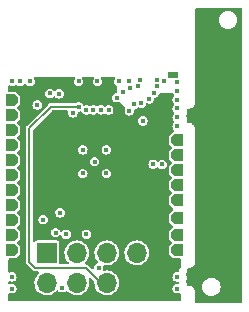
<source format=gbr>
%TF.GenerationSoftware,KiCad,Pcbnew,(5.99.0-10506-gb986797469)*%
%TF.CreationDate,2021-10-07T12:38:36+02:00*%
%TF.ProjectId,ESP31_V2,45535033-315f-4563-922e-6b696361645f,rev?*%
%TF.SameCoordinates,Original*%
%TF.FileFunction,Copper,L3,Inr*%
%TF.FilePolarity,Positive*%
%FSLAX46Y46*%
G04 Gerber Fmt 4.6, Leading zero omitted, Abs format (unit mm)*
G04 Created by KiCad (PCBNEW (5.99.0-10506-gb986797469)) date 2021-10-07 12:38:36*
%MOMM*%
%LPD*%
G01*
G04 APERTURE LIST*
G04 Aperture macros list*
%AMOutline5P*
0 Free polygon, 5 corners , with rotation*
0 The origin of the aperture is its center*
0 number of corners: always 8*
0 $1 to $10 corner X, Y*
0 $11 Rotation angle, in degrees counterclockwise*
0 create outline with 8 corners*
4,1,5,$1,$2,$3,$4,$5,$6,$7,$8,$9,$10,$1,$2,$11*%
%AMOutline6P*
0 Free polygon, 6 corners , with rotation*
0 The origin of the aperture is its center*
0 number of corners: always 6*
0 $1 to $12 corner X, Y*
0 $13 Rotation angle, in degrees counterclockwise*
0 create outline with 6 corners*
4,1,6,$1,$2,$3,$4,$5,$6,$7,$8,$9,$10,$11,$12,$1,$2,$13*%
%AMOutline7P*
0 Free polygon, 7 corners , with rotation*
0 The origin of the aperture is its center*
0 number of corners: always 7*
0 $1 to $14 corner X, Y*
0 $15 Rotation angle, in degrees counterclockwise*
0 create outline with 7 corners*
4,1,7,$1,$2,$3,$4,$5,$6,$7,$8,$9,$10,$11,$12,$13,$14,$1,$2,$15*%
%AMOutline8P*
0 Free polygon, 8 corners , with rotation*
0 The origin of the aperture is its center*
0 number of corners: always 8*
0 $1 to $16 corner X, Y*
0 $17 Rotation angle, in degrees counterclockwise*
0 create outline with 8 corners*
4,1,8,$1,$2,$3,$4,$5,$6,$7,$8,$9,$10,$11,$12,$13,$14,$15,$16,$1,$2,$17*%
G04 Aperture macros list end*
%TA.AperFunction,ComponentPad*%
%ADD10Outline6P,0.250000X-0.500000X-0.500000X-0.500000X-0.500000X0.500000X0.250000X0.500000X0.500000X0.250000X0.500000X-0.250000X180.000000*%
%TD*%
%TA.AperFunction,ComponentPad*%
%ADD11Outline6P,0.250000X-0.500000X-0.500000X-0.500000X-0.500000X0.500000X0.250000X0.500000X0.500000X0.250000X0.500000X-0.250000X0.000000*%
%TD*%
%TA.AperFunction,ComponentPad*%
%ADD12R,0.900000X0.500000*%
%TD*%
%TA.AperFunction,ComponentPad*%
%ADD13R,1.700000X1.700000*%
%TD*%
%TA.AperFunction,ComponentPad*%
%ADD14O,1.700000X1.700000*%
%TD*%
%TA.AperFunction,ViaPad*%
%ADD15C,0.400000*%
%TD*%
%TA.AperFunction,Conductor*%
%ADD16C,0.200000*%
%TD*%
G04 APERTURE END LIST*
D10*
%TO.N,/IO5*%
%TO.C,J10*%
X118500000Y-107780000D03*
%TD*%
%TO.N,/IO21*%
%TO.C,J15*%
X118500000Y-101180000D03*
%TD*%
%TO.N,/IO10*%
%TO.C,J12*%
X118500000Y-109230000D03*
%TD*%
D11*
%TO.N,/IO34*%
%TO.C,J23*%
X104500000Y-102870000D03*
%TD*%
D10*
%TO.N,/IO19*%
%TO.C,J14*%
X118500000Y-103720000D03*
%TD*%
%TO.N,/IO9*%
%TO.C,J11*%
X118500000Y-110500000D03*
%TD*%
%TO.N,/IO23*%
%TO.C,J17*%
X118500000Y-104990000D03*
%TD*%
D11*
%TO.N,/IO35*%
%TO.C,J24*%
X104500000Y-100330000D03*
%TD*%
%TO.N,/IO25*%
%TO.C,J18*%
X104500000Y-107950000D03*
%TD*%
%TO.N,/IO27*%
%TO.C,J20*%
X104500000Y-110490000D03*
%TD*%
%TO.N,/IO33*%
%TO.C,J22*%
X104500000Y-106680000D03*
%TD*%
%TO.N,/IO26*%
%TO.C,J19*%
X104500000Y-109220000D03*
%TD*%
D10*
%TO.N,/IO18*%
%TO.C,J13*%
X118500000Y-106260000D03*
%TD*%
D12*
%TO.N,GND*%
%TO.C,AE1*%
X118150000Y-95625000D03*
%TD*%
D11*
%TO.N,/CAPN*%
%TO.C,J5*%
X104500000Y-105410000D03*
%TD*%
%TO.N,/SENS_VN*%
%TO.C,J6*%
X104500000Y-104140000D03*
%TD*%
D10*
%TO.N,/IO22*%
%TO.C,J16*%
X118500000Y-102450000D03*
%TD*%
D11*
%TO.N,/SENS_VP*%
%TO.C,J3*%
X104500000Y-97790000D03*
%TD*%
%TO.N,/IO32*%
%TO.C,J21*%
X104500000Y-101600000D03*
%TD*%
%TO.N,/CAPP*%
%TO.C,J4*%
X104500000Y-99060000D03*
%TD*%
D13*
%TO.N,GND*%
%TO.C,J1*%
X107460000Y-110725000D03*
D14*
%TO.N,/IO1*%
X107460000Y-113265000D03*
%TO.N,/IO2*%
X110000000Y-110725000D03*
%TO.N,/IO4*%
X110000000Y-113265000D03*
%TO.N,/IO0*%
X112540000Y-110725000D03*
%TO.N,/EN*%
X112540000Y-113265000D03*
%TO.N,/IO3*%
X115080000Y-110725000D03*
%TO.N,+3V3*%
X115080000Y-113265000D03*
%TD*%
D15*
%TO.N,GND*%
X117350000Y-96150000D03*
X116130000Y-97680000D03*
X105200000Y-96200000D03*
X109100000Y-109150000D03*
X113900000Y-97100000D03*
X104550000Y-96200000D03*
X113550000Y-96200000D03*
X111840000Y-112000000D03*
X114850000Y-98150000D03*
X108580000Y-107330000D03*
X118500000Y-98500000D03*
X116530000Y-97200000D03*
X116750000Y-96050000D03*
X111500000Y-103000000D03*
X106650000Y-98200000D03*
X108508800Y-97256600D03*
X104500000Y-113750000D03*
X110500000Y-102000000D03*
X108740000Y-113670000D03*
X118500000Y-97750000D03*
X106050000Y-96200000D03*
X118500000Y-100000000D03*
X115350000Y-96050000D03*
X116750000Y-96600000D03*
X115150000Y-96600000D03*
X112500000Y-102000000D03*
X112500000Y-104000000D03*
X118500000Y-96250000D03*
X111750000Y-96200000D03*
X118500000Y-99250000D03*
X114503200Y-96800000D03*
X114400000Y-96200000D03*
X113374500Y-97587566D03*
X110150000Y-96200000D03*
X118500000Y-112750000D03*
X104500000Y-112750000D03*
X118500000Y-97000000D03*
X110500000Y-104000000D03*
X110810000Y-109140000D03*
X118500000Y-113750000D03*
X115450000Y-98050000D03*
X114450000Y-98700000D03*
%TO.N,/EN*%
X107725000Y-97227600D03*
X110162095Y-98373291D03*
%TO.N,+3V3*%
X110124000Y-97775000D03*
X114750000Y-99500000D03*
X116396800Y-101896800D03*
X115750000Y-101250000D03*
X107100000Y-104400000D03*
X116000000Y-105750000D03*
%TO.N,/IO1*%
X116464297Y-103214297D03*
%TO.N,/IO2*%
X107150980Y-107900000D03*
X115590000Y-99560000D03*
%TO.N,/IO4*%
X108200000Y-109000000D03*
%TO.N,/IO3*%
X117211935Y-103241894D03*
%TO.N,/SENS_VN*%
X110808929Y-98625870D03*
%TO.N,/SENS_VP*%
X112700500Y-98625000D03*
%TO.N,/CAPP*%
X112057502Y-98617052D03*
%TO.N,/CAPN*%
X111408098Y-98605879D03*
%TO.N,/IO34*%
X109668798Y-98858724D03*
%TD*%
D16*
%TO.N,/EN*%
X110750000Y-112000000D02*
X106495880Y-112000000D01*
X105960000Y-100190000D02*
X105960000Y-111440000D01*
X112015000Y-113265000D02*
X110750000Y-112000000D01*
X112540000Y-113265000D02*
X112015000Y-113265000D01*
X110148017Y-98359213D02*
X107790787Y-98359213D01*
X107790787Y-98359213D02*
X105960000Y-100190000D01*
X106495880Y-112000000D02*
X105960000Y-111464120D01*
X110162095Y-98373291D02*
X110148017Y-98359213D01*
X105960000Y-111464120D02*
X105960000Y-111440000D01*
%TD*%
%TA.AperFunction,NonConductor*%
G36*
X123959191Y-90018907D02*
G01*
X123995155Y-90068407D01*
X124000000Y-90099000D01*
X124000000Y-114901000D01*
X123981093Y-114959191D01*
X123931593Y-114995155D01*
X123901000Y-115000000D01*
X120099000Y-115000000D01*
X120040809Y-114981093D01*
X120004845Y-114931593D01*
X120000000Y-114901000D01*
X120000000Y-114025613D01*
X120001957Y-114009265D01*
X120005286Y-114007741D01*
X120002667Y-113936096D01*
X120004416Y-113934687D01*
X120002359Y-113927681D01*
X120002092Y-113920381D01*
X119999985Y-113919597D01*
X119964095Y-113797364D01*
X119965583Y-113795221D01*
X119961685Y-113789156D01*
X119959654Y-113782238D01*
X119957060Y-113781959D01*
X119888207Y-113674820D01*
X119889031Y-113672346D01*
X119883583Y-113667626D01*
X119879684Y-113661558D01*
X119877116Y-113662021D01*
X119850844Y-113639256D01*
X119799243Y-113594544D01*
X120618519Y-113594544D01*
X120636731Y-113767816D01*
X120692878Y-113932747D01*
X120784170Y-114081139D01*
X120906069Y-114205619D01*
X120910723Y-114208618D01*
X120910725Y-114208620D01*
X121047866Y-114297001D01*
X121052518Y-114299999D01*
X121216236Y-114359588D01*
X121350111Y-114376500D01*
X121444575Y-114376500D01*
X121468451Y-114373822D01*
X121567643Y-114362696D01*
X121567647Y-114362695D01*
X121573140Y-114362079D01*
X121737675Y-114304782D01*
X121885427Y-114212456D01*
X122009053Y-114089691D01*
X122102408Y-113942587D01*
X122160852Y-113778456D01*
X122181481Y-113605456D01*
X122163269Y-113432184D01*
X122107122Y-113267253D01*
X122015830Y-113118861D01*
X121893931Y-112994381D01*
X121889277Y-112991382D01*
X121889275Y-112991380D01*
X121752134Y-112902999D01*
X121747482Y-112900001D01*
X121583764Y-112840412D01*
X121449889Y-112823500D01*
X121355425Y-112823500D01*
X121331549Y-112826178D01*
X121232357Y-112837304D01*
X121232353Y-112837305D01*
X121226860Y-112837921D01*
X121062325Y-112895218D01*
X120914573Y-112987544D01*
X120871554Y-113030263D01*
X120800233Y-113101088D01*
X120790947Y-113110309D01*
X120697592Y-113257413D01*
X120639148Y-113421544D01*
X120638493Y-113427037D01*
X120621068Y-113573171D01*
X120618519Y-113594544D01*
X119799243Y-113594544D01*
X119789322Y-113585948D01*
X119789321Y-113585947D01*
X119780868Y-113578623D01*
X119780962Y-113576016D01*
X119774403Y-113573021D01*
X119768954Y-113568299D01*
X119766621Y-113569467D01*
X119664221Y-113522702D01*
X119660939Y-113521203D01*
X119660937Y-113521203D01*
X119650776Y-113516562D01*
X119650131Y-113514034D01*
X119642994Y-113513008D01*
X119636436Y-113510013D01*
X119634527Y-113511790D01*
X119508468Y-113493666D01*
X119507137Y-113491422D01*
X119500000Y-113492448D01*
X119492863Y-113491422D01*
X119491532Y-113493666D01*
X119465499Y-113497409D01*
X119405210Y-113486976D01*
X119362568Y-113443098D01*
X119352779Y-113390876D01*
X119353698Y-113380263D01*
X119353698Y-113380261D01*
X119354404Y-113372108D01*
X119326262Y-113258814D01*
X119262939Y-113160744D01*
X119262502Y-113160399D01*
X119238992Y-113108326D01*
X119251401Y-113048413D01*
X119264697Y-113030263D01*
X119291574Y-113001188D01*
X119297130Y-112995178D01*
X119300438Y-112987695D01*
X119300440Y-112987692D01*
X119341023Y-112895893D01*
X119341024Y-112895890D01*
X119344331Y-112888409D01*
X119349573Y-112827892D01*
X119353698Y-112780261D01*
X119353698Y-112780260D01*
X119354404Y-112772108D01*
X119326262Y-112658814D01*
X119262939Y-112560744D01*
X119262502Y-112560399D01*
X119238992Y-112508326D01*
X119251401Y-112448413D01*
X119264697Y-112430263D01*
X119291574Y-112401188D01*
X119297130Y-112395178D01*
X119300438Y-112387695D01*
X119300440Y-112387692D01*
X119341023Y-112295893D01*
X119341024Y-112295890D01*
X119344331Y-112288409D01*
X119349573Y-112227892D01*
X119353698Y-112180261D01*
X119353698Y-112180260D01*
X119354404Y-112172108D01*
X119342093Y-112122546D01*
X119346414Y-112061513D01*
X119385785Y-112014677D01*
X119445166Y-111999927D01*
X119452262Y-112000688D01*
X119491532Y-112006334D01*
X119492863Y-112008578D01*
X119500000Y-112007552D01*
X119507137Y-112008578D01*
X119508468Y-112006334D01*
X119634527Y-111988210D01*
X119636436Y-111989987D01*
X119642994Y-111986992D01*
X119650131Y-111985966D01*
X119650776Y-111983438D01*
X119700469Y-111960744D01*
X119756455Y-111935176D01*
X119756456Y-111935175D01*
X119766621Y-111930533D01*
X119768954Y-111931701D01*
X119774403Y-111926979D01*
X119780962Y-111923984D01*
X119780868Y-111921377D01*
X119785894Y-111917022D01*
X119785896Y-111917021D01*
X119847470Y-111863667D01*
X119877116Y-111837979D01*
X119879684Y-111838442D01*
X119883583Y-111832374D01*
X119889031Y-111827654D01*
X119888207Y-111825180D01*
X119957060Y-111718041D01*
X119959654Y-111717762D01*
X119961685Y-111710844D01*
X119965583Y-111704779D01*
X119964095Y-111702636D01*
X119999985Y-111580403D01*
X120002092Y-111579619D01*
X120002359Y-111572319D01*
X120004416Y-111565313D01*
X120002667Y-111563904D01*
X120005286Y-111492259D01*
X120001833Y-111490678D01*
X120000000Y-111477559D01*
X120000000Y-100225613D01*
X120001957Y-100209265D01*
X120005286Y-100207741D01*
X120002667Y-100136096D01*
X120004416Y-100134687D01*
X120002359Y-100127681D01*
X120002092Y-100120381D01*
X119999985Y-100119597D01*
X119964095Y-99997364D01*
X119965583Y-99995221D01*
X119961685Y-99989156D01*
X119959654Y-99982238D01*
X119957060Y-99981959D01*
X119888207Y-99874820D01*
X119889031Y-99872346D01*
X119883583Y-99867626D01*
X119879684Y-99861558D01*
X119877116Y-99862021D01*
X119780868Y-99778623D01*
X119780962Y-99776016D01*
X119774403Y-99773021D01*
X119768954Y-99768299D01*
X119766621Y-99769467D01*
X119760571Y-99766704D01*
X119660939Y-99721203D01*
X119660937Y-99721203D01*
X119650776Y-99716562D01*
X119650131Y-99714034D01*
X119642994Y-99713008D01*
X119636436Y-99710013D01*
X119634527Y-99711790D01*
X119508468Y-99693666D01*
X119507137Y-99691422D01*
X119500000Y-99692448D01*
X119492863Y-99691422D01*
X119491532Y-99693666D01*
X119414335Y-99704765D01*
X119354046Y-99694332D01*
X119311403Y-99650454D01*
X119302696Y-99589891D01*
X119309700Y-99566744D01*
X119341023Y-99495893D01*
X119341024Y-99495890D01*
X119344331Y-99488409D01*
X119349573Y-99427892D01*
X119353698Y-99380261D01*
X119353698Y-99380260D01*
X119354404Y-99372108D01*
X119326262Y-99258814D01*
X119262939Y-99160744D01*
X119262502Y-99160399D01*
X119238992Y-99108326D01*
X119251401Y-99048413D01*
X119264697Y-99030263D01*
X119291574Y-99001188D01*
X119297130Y-98995178D01*
X119300438Y-98987695D01*
X119300440Y-98987692D01*
X119341023Y-98895893D01*
X119341024Y-98895890D01*
X119344331Y-98888409D01*
X119349573Y-98827892D01*
X119353698Y-98780261D01*
X119353698Y-98780260D01*
X119354404Y-98772108D01*
X119326262Y-98658814D01*
X119318742Y-98647167D01*
X119303062Y-98588026D01*
X119325138Y-98530963D01*
X119376540Y-98497773D01*
X119416000Y-98495475D01*
X119466975Y-98502803D01*
X119491532Y-98506334D01*
X119492863Y-98508578D01*
X119500000Y-98507552D01*
X119507137Y-98508578D01*
X119508468Y-98506334D01*
X119634527Y-98488210D01*
X119636436Y-98489987D01*
X119642994Y-98486992D01*
X119650131Y-98485966D01*
X119650776Y-98483438D01*
X119664221Y-98477298D01*
X119756455Y-98435176D01*
X119756456Y-98435175D01*
X119766621Y-98430533D01*
X119768954Y-98431701D01*
X119774403Y-98426979D01*
X119780962Y-98423984D01*
X119780868Y-98421377D01*
X119785894Y-98417022D01*
X119785896Y-98417021D01*
X119834054Y-98375291D01*
X119877116Y-98337979D01*
X119879684Y-98338442D01*
X119883583Y-98332374D01*
X119889031Y-98327654D01*
X119888207Y-98325180D01*
X119957060Y-98218041D01*
X119959654Y-98217762D01*
X119961685Y-98210844D01*
X119965583Y-98204779D01*
X119964095Y-98202636D01*
X119999985Y-98080403D01*
X120002092Y-98079619D01*
X120002359Y-98072319D01*
X120004416Y-98065313D01*
X120002667Y-98063904D01*
X120005286Y-97992259D01*
X120001833Y-97990678D01*
X120000000Y-97977559D01*
X120000000Y-90994544D01*
X122018519Y-90994544D01*
X122036731Y-91167816D01*
X122092878Y-91332747D01*
X122184170Y-91481139D01*
X122306069Y-91605619D01*
X122310723Y-91608618D01*
X122310725Y-91608620D01*
X122447866Y-91697001D01*
X122452518Y-91699999D01*
X122616236Y-91759588D01*
X122750111Y-91776500D01*
X122844575Y-91776500D01*
X122868451Y-91773822D01*
X122967643Y-91762696D01*
X122967647Y-91762695D01*
X122973140Y-91762079D01*
X123137675Y-91704782D01*
X123285427Y-91612456D01*
X123409053Y-91489691D01*
X123502408Y-91342587D01*
X123560852Y-91178456D01*
X123581481Y-91005456D01*
X123563269Y-90832184D01*
X123507122Y-90667253D01*
X123415830Y-90518861D01*
X123293931Y-90394381D01*
X123289277Y-90391382D01*
X123289275Y-90391380D01*
X123152134Y-90302999D01*
X123147482Y-90300001D01*
X122983764Y-90240412D01*
X122849889Y-90223500D01*
X122755425Y-90223500D01*
X122731549Y-90226178D01*
X122632357Y-90237304D01*
X122632353Y-90237305D01*
X122626860Y-90237921D01*
X122462325Y-90295218D01*
X122314573Y-90387544D01*
X122190947Y-90510309D01*
X122097592Y-90657413D01*
X122039148Y-90821544D01*
X122018519Y-90994544D01*
X120000000Y-90994544D01*
X120000000Y-90099000D01*
X120018907Y-90040809D01*
X120068407Y-90004845D01*
X120099000Y-90000000D01*
X123901000Y-90000000D01*
X123959191Y-90018907D01*
G37*
%TD.AperFunction*%
%TA.AperFunction,Conductor*%
%TO.N,+3V3*%
G36*
X109804790Y-95818907D02*
G01*
X109840754Y-95868407D01*
X109840754Y-95929593D01*
X109826989Y-95956608D01*
X109821944Y-95961653D01*
X109764347Y-96074694D01*
X109744500Y-96200000D01*
X109764347Y-96325306D01*
X109767883Y-96332246D01*
X109800442Y-96396146D01*
X109821944Y-96438347D01*
X109911653Y-96528056D01*
X109918590Y-96531591D01*
X109918592Y-96531592D01*
X109985944Y-96565909D01*
X110024694Y-96585653D01*
X110032388Y-96586872D01*
X110032389Y-96586872D01*
X110142304Y-96604281D01*
X110150000Y-96605500D01*
X110157696Y-96604281D01*
X110267611Y-96586872D01*
X110267612Y-96586872D01*
X110275306Y-96585653D01*
X110314056Y-96565909D01*
X110381408Y-96531592D01*
X110381410Y-96531591D01*
X110388347Y-96528056D01*
X110478056Y-96438347D01*
X110499559Y-96396146D01*
X110532117Y-96332246D01*
X110535653Y-96325306D01*
X110555500Y-96200000D01*
X110535653Y-96074694D01*
X110478056Y-95961653D01*
X110473170Y-95956767D01*
X110454401Y-95898998D01*
X110473310Y-95840807D01*
X110522810Y-95804845D01*
X110553401Y-95800000D01*
X111346599Y-95800000D01*
X111404790Y-95818907D01*
X111440754Y-95868407D01*
X111440754Y-95929593D01*
X111426989Y-95956608D01*
X111421944Y-95961653D01*
X111364347Y-96074694D01*
X111344500Y-96200000D01*
X111364347Y-96325306D01*
X111367883Y-96332246D01*
X111400442Y-96396146D01*
X111421944Y-96438347D01*
X111511653Y-96528056D01*
X111518590Y-96531591D01*
X111518592Y-96531592D01*
X111585944Y-96565909D01*
X111624694Y-96585653D01*
X111632388Y-96586872D01*
X111632389Y-96586872D01*
X111742304Y-96604281D01*
X111750000Y-96605500D01*
X111757696Y-96604281D01*
X111867611Y-96586872D01*
X111867612Y-96586872D01*
X111875306Y-96585653D01*
X111914056Y-96565909D01*
X111981408Y-96531592D01*
X111981410Y-96531591D01*
X111988347Y-96528056D01*
X112078056Y-96438347D01*
X112099559Y-96396146D01*
X112132117Y-96332246D01*
X112135653Y-96325306D01*
X112155500Y-96200000D01*
X112135653Y-96074694D01*
X112078056Y-95961653D01*
X112073170Y-95956767D01*
X112054401Y-95898998D01*
X112073310Y-95840807D01*
X112122810Y-95804845D01*
X112153401Y-95800000D01*
X113146599Y-95800000D01*
X113204790Y-95818907D01*
X113240754Y-95868407D01*
X113240754Y-95929593D01*
X113226989Y-95956608D01*
X113221944Y-95961653D01*
X113164347Y-96074694D01*
X113144500Y-96200000D01*
X113164347Y-96325306D01*
X113167883Y-96332246D01*
X113200442Y-96396146D01*
X113221944Y-96438347D01*
X113311653Y-96528056D01*
X113318592Y-96531592D01*
X113318594Y-96531593D01*
X113385944Y-96565909D01*
X113429209Y-96609173D01*
X113440000Y-96654119D01*
X113440000Y-97087138D01*
X113421093Y-97145329D01*
X113371593Y-97181293D01*
X113356487Y-97184919D01*
X113256889Y-97200694D01*
X113256888Y-97200694D01*
X113249194Y-97201913D01*
X113242254Y-97205449D01*
X113143092Y-97255974D01*
X113143090Y-97255975D01*
X113136153Y-97259510D01*
X113046444Y-97349219D01*
X112988847Y-97462260D01*
X112987628Y-97469954D01*
X112987628Y-97469955D01*
X112985467Y-97483597D01*
X112969000Y-97587566D01*
X112988847Y-97712872D01*
X112992383Y-97719812D01*
X113042353Y-97817883D01*
X113046444Y-97825913D01*
X113136153Y-97915622D01*
X113143090Y-97919157D01*
X113143092Y-97919158D01*
X113223411Y-97960082D01*
X113249194Y-97973219D01*
X113256888Y-97974438D01*
X113256889Y-97974438D01*
X113366804Y-97991847D01*
X113374500Y-97993066D01*
X113382196Y-97991847D01*
X113492111Y-97974438D01*
X113492112Y-97974438D01*
X113499806Y-97973219D01*
X113506744Y-97969684D01*
X113506753Y-97969681D01*
X113525592Y-97960082D01*
X113586024Y-97950511D01*
X113640142Y-97977894D01*
X113757879Y-98094308D01*
X114072991Y-98405879D01*
X114101075Y-98460237D01*
X114091593Y-98521220D01*
X114064347Y-98574694D01*
X114063128Y-98582388D01*
X114063128Y-98582389D01*
X114056269Y-98625695D01*
X114044500Y-98700000D01*
X114045719Y-98707696D01*
X114058849Y-98790591D01*
X114064347Y-98825306D01*
X114067883Y-98832246D01*
X114116889Y-98928425D01*
X114121944Y-98938347D01*
X114211653Y-99028056D01*
X114218590Y-99031591D01*
X114218592Y-99031592D01*
X114317754Y-99082117D01*
X114324694Y-99085653D01*
X114332388Y-99086872D01*
X114332389Y-99086872D01*
X114442304Y-99104281D01*
X114450000Y-99105500D01*
X114457696Y-99104281D01*
X114567611Y-99086872D01*
X114567612Y-99086872D01*
X114575306Y-99085653D01*
X114582246Y-99082117D01*
X114681408Y-99031592D01*
X114681410Y-99031591D01*
X114688347Y-99028056D01*
X114778056Y-98938347D01*
X114783112Y-98928425D01*
X114832117Y-98832246D01*
X114835653Y-98825306D01*
X114841152Y-98790591D01*
X114854281Y-98707696D01*
X114855500Y-98700000D01*
X114853094Y-98684808D01*
X114848526Y-98655967D01*
X114858097Y-98595535D01*
X114901362Y-98552270D01*
X114930820Y-98542699D01*
X114967611Y-98536872D01*
X114967612Y-98536872D01*
X114975306Y-98535653D01*
X114990216Y-98528056D01*
X115081408Y-98481592D01*
X115081410Y-98481591D01*
X115088347Y-98478056D01*
X115145353Y-98421050D01*
X115199870Y-98393273D01*
X115260302Y-98402844D01*
X115317753Y-98432117D01*
X115317756Y-98432118D01*
X115324694Y-98435653D01*
X115332388Y-98436872D01*
X115332389Y-98436872D01*
X115442304Y-98454281D01*
X115450000Y-98455500D01*
X115457696Y-98454281D01*
X115567611Y-98436872D01*
X115567612Y-98436872D01*
X115575306Y-98435653D01*
X115582246Y-98432117D01*
X115681408Y-98381592D01*
X115681410Y-98381591D01*
X115688347Y-98378056D01*
X115778056Y-98288347D01*
X115783419Y-98277823D01*
X115832117Y-98182246D01*
X115835653Y-98175306D01*
X115843031Y-98128726D01*
X115870809Y-98074210D01*
X115925326Y-98046433D01*
X115985757Y-98056005D01*
X115997748Y-98062115D01*
X115997754Y-98062117D01*
X116004694Y-98065653D01*
X116012388Y-98066872D01*
X116012389Y-98066872D01*
X116088924Y-98078994D01*
X116110359Y-98082389D01*
X116122304Y-98084281D01*
X116130000Y-98085500D01*
X116137696Y-98084281D01*
X116149642Y-98082389D01*
X116171076Y-98078994D01*
X116247611Y-98066872D01*
X116247612Y-98066872D01*
X116255306Y-98065653D01*
X116272308Y-98056990D01*
X116361408Y-98011592D01*
X116361410Y-98011591D01*
X116368347Y-98008056D01*
X116458056Y-97918347D01*
X116476451Y-97882246D01*
X116512117Y-97812246D01*
X116515653Y-97805306D01*
X116517172Y-97795719D01*
X116535500Y-97680000D01*
X116537238Y-97680275D01*
X116553188Y-97631184D01*
X116602688Y-97595220D01*
X116617791Y-97591595D01*
X116639276Y-97588192D01*
X116647611Y-97586872D01*
X116647612Y-97586872D01*
X116655306Y-97585653D01*
X116724985Y-97550150D01*
X116761408Y-97531592D01*
X116761410Y-97531591D01*
X116768347Y-97528056D01*
X116858056Y-97438347D01*
X116867433Y-97419945D01*
X116912117Y-97332246D01*
X116915653Y-97325306D01*
X116917521Y-97313512D01*
X116945299Y-97258995D01*
X116999816Y-97231219D01*
X117015302Y-97230000D01*
X118122589Y-97230000D01*
X118180780Y-97248907D01*
X118192593Y-97258996D01*
X118238593Y-97304996D01*
X118266370Y-97359513D01*
X118256799Y-97419945D01*
X118238593Y-97445004D01*
X118171944Y-97511653D01*
X118168409Y-97518590D01*
X118168408Y-97518592D01*
X118124127Y-97605500D01*
X118114347Y-97624694D01*
X118113128Y-97632388D01*
X118113128Y-97632389D01*
X118112126Y-97638717D01*
X118094500Y-97750000D01*
X118114347Y-97875306D01*
X118117883Y-97882246D01*
X118162904Y-97970604D01*
X118171944Y-97988347D01*
X118238593Y-98054996D01*
X118266370Y-98109513D01*
X118256799Y-98169945D01*
X118238593Y-98195004D01*
X118171944Y-98261653D01*
X118168409Y-98268590D01*
X118168408Y-98268592D01*
X118122204Y-98359273D01*
X118114347Y-98374694D01*
X118113128Y-98382388D01*
X118113128Y-98382389D01*
X118103745Y-98441631D01*
X118094500Y-98500000D01*
X118095719Y-98507696D01*
X118113080Y-98617304D01*
X118114347Y-98625306D01*
X118117883Y-98632246D01*
X118162292Y-98719403D01*
X118171944Y-98738347D01*
X118238593Y-98804996D01*
X118266370Y-98859513D01*
X118256799Y-98919945D01*
X118238593Y-98945004D01*
X118171944Y-99011653D01*
X118168409Y-99018590D01*
X118168408Y-99018592D01*
X118125616Y-99102577D01*
X118114347Y-99124694D01*
X118113128Y-99132388D01*
X118113128Y-99132389D01*
X118105922Y-99177883D01*
X118094500Y-99250000D01*
X118114347Y-99375306D01*
X118117883Y-99382246D01*
X118144607Y-99434694D01*
X118171944Y-99488347D01*
X118238593Y-99554996D01*
X118266370Y-99609513D01*
X118256799Y-99669945D01*
X118238593Y-99695004D01*
X118171944Y-99761653D01*
X118168409Y-99768590D01*
X118168408Y-99768592D01*
X118151208Y-99802350D01*
X118114347Y-99874694D01*
X118113128Y-99882388D01*
X118113128Y-99882389D01*
X118110493Y-99899024D01*
X118094500Y-100000000D01*
X118095719Y-100007696D01*
X118106742Y-100077288D01*
X118114347Y-100125306D01*
X118117883Y-100132246D01*
X118167481Y-100229587D01*
X118171944Y-100238347D01*
X118244093Y-100310496D01*
X118271870Y-100365013D01*
X118262299Y-100425445D01*
X118219034Y-100468710D01*
X118197305Y-100473926D01*
X118197542Y-100474655D01*
X118182630Y-100479500D01*
X118166950Y-100479500D01*
X117799500Y-100846950D01*
X117799500Y-101513050D01*
X118031446Y-101744996D01*
X118059223Y-101799513D01*
X118049652Y-101859945D01*
X118031446Y-101885004D01*
X117799500Y-102116950D01*
X117799500Y-102783050D01*
X118031446Y-103014996D01*
X118059223Y-103069513D01*
X118049652Y-103129945D01*
X118031446Y-103155004D01*
X117799500Y-103386950D01*
X117799500Y-104053050D01*
X118031446Y-104284996D01*
X118059223Y-104339513D01*
X118049652Y-104399945D01*
X118031446Y-104425004D01*
X117799500Y-104656950D01*
X117799500Y-105323050D01*
X118031446Y-105554996D01*
X118059223Y-105609513D01*
X118049652Y-105669945D01*
X118031446Y-105695004D01*
X117799500Y-105926950D01*
X117799500Y-106593050D01*
X118156446Y-106949996D01*
X118184223Y-107004513D01*
X118174652Y-107064945D01*
X118156446Y-107090004D01*
X117799500Y-107446950D01*
X117799500Y-108113050D01*
X118121446Y-108434996D01*
X118149223Y-108489513D01*
X118139652Y-108549945D01*
X118121446Y-108575004D01*
X117799500Y-108896950D01*
X117799500Y-109563050D01*
X118031446Y-109794996D01*
X118059223Y-109849513D01*
X118049652Y-109909945D01*
X118031446Y-109935004D01*
X117799500Y-110166950D01*
X117799500Y-110833050D01*
X118166950Y-111200500D01*
X118701000Y-111200500D01*
X118759191Y-111219407D01*
X118795155Y-111268907D01*
X118800000Y-111299500D01*
X118800000Y-111446418D01*
X118798228Y-111465063D01*
X118794329Y-111485395D01*
X118795787Y-111525264D01*
X118796157Y-111535375D01*
X118793067Y-111535488D01*
X118793232Y-111537213D01*
X118795457Y-111537080D01*
X118795457Y-111537082D01*
X118797360Y-111569002D01*
X118797464Y-111571147D01*
X118798553Y-111600909D01*
X118799467Y-111604335D01*
X118799689Y-111608052D01*
X118801265Y-111613421D01*
X118801266Y-111613424D01*
X118807806Y-111635697D01*
X118808467Y-111638057D01*
X118816842Y-111669434D01*
X118813845Y-111670234D01*
X118814175Y-111672146D01*
X118818164Y-111670974D01*
X118818165Y-111670975D01*
X118834816Y-111727683D01*
X118835009Y-111728619D01*
X118834443Y-111734073D01*
X118845714Y-111765419D01*
X118847537Y-111771008D01*
X118852389Y-111787533D01*
X118850824Y-111787993D01*
X118855328Y-111841728D01*
X118823625Y-111894060D01*
X118805960Y-111906232D01*
X118782112Y-111919100D01*
X118702870Y-112004822D01*
X118699562Y-112012305D01*
X118699560Y-112012308D01*
X118658977Y-112104107D01*
X118658976Y-112104110D01*
X118655669Y-112111591D01*
X118654963Y-112119739D01*
X118654963Y-112119740D01*
X118646302Y-112219739D01*
X118645596Y-112227892D01*
X118647569Y-112235835D01*
X118648211Y-112243989D01*
X118644541Y-112244278D01*
X118641398Y-112289210D01*
X118602068Y-112336080D01*
X118542700Y-112350882D01*
X118534120Y-112349904D01*
X118507697Y-112345719D01*
X118507696Y-112345719D01*
X118500000Y-112344500D01*
X118492304Y-112345719D01*
X118382389Y-112363128D01*
X118382388Y-112363128D01*
X118374694Y-112364347D01*
X118367754Y-112367883D01*
X118268592Y-112418408D01*
X118268590Y-112418409D01*
X118261653Y-112421944D01*
X118171944Y-112511653D01*
X118168409Y-112518590D01*
X118168408Y-112518592D01*
X118117883Y-112617754D01*
X118114347Y-112624694D01*
X118113128Y-112632388D01*
X118113128Y-112632389D01*
X118106709Y-112672919D01*
X118094500Y-112750000D01*
X118095719Y-112757696D01*
X118113097Y-112867412D01*
X118114347Y-112875306D01*
X118117883Y-112882246D01*
X118145515Y-112936476D01*
X118171944Y-112988347D01*
X118261653Y-113078056D01*
X118268590Y-113081591D01*
X118268592Y-113081592D01*
X118367752Y-113132116D01*
X118374694Y-113135653D01*
X118382388Y-113136872D01*
X118382389Y-113136872D01*
X118479285Y-113152219D01*
X118495417Y-113160439D01*
X118520715Y-113152219D01*
X118562064Y-113145670D01*
X118622496Y-113155241D01*
X118665761Y-113198506D01*
X118675332Y-113258938D01*
X118668098Y-113283477D01*
X118662684Y-113295724D01*
X118621861Y-113341300D01*
X118556652Y-113353473D01*
X118520715Y-113347781D01*
X118504583Y-113339561D01*
X118479285Y-113347781D01*
X118382389Y-113363128D01*
X118382388Y-113363128D01*
X118374694Y-113364347D01*
X118367754Y-113367883D01*
X118268592Y-113418408D01*
X118268590Y-113418409D01*
X118261653Y-113421944D01*
X118171944Y-113511653D01*
X118168409Y-113518590D01*
X118168408Y-113518592D01*
X118117883Y-113617754D01*
X118114347Y-113624694D01*
X118113128Y-113632388D01*
X118113128Y-113632389D01*
X118110249Y-113650564D01*
X118094500Y-113750000D01*
X118095719Y-113757696D01*
X118112416Y-113863112D01*
X118114347Y-113875306D01*
X118117883Y-113882246D01*
X118123420Y-113893112D01*
X118171944Y-113988347D01*
X118261653Y-114078056D01*
X118268590Y-114081591D01*
X118268592Y-114081592D01*
X118360822Y-114128585D01*
X118374694Y-114135653D01*
X118382388Y-114136872D01*
X118382389Y-114136872D01*
X118492304Y-114154281D01*
X118500000Y-114155500D01*
X118507696Y-114154281D01*
X118617611Y-114136872D01*
X118617612Y-114136872D01*
X118625306Y-114135653D01*
X118632244Y-114132118D01*
X118632250Y-114132116D01*
X118656056Y-114119986D01*
X118716488Y-114110415D01*
X118771004Y-114138193D01*
X118798781Y-114192710D01*
X118800000Y-114208196D01*
X118800000Y-114701000D01*
X118781093Y-114759191D01*
X118731593Y-114795155D01*
X118701000Y-114800000D01*
X104299000Y-114800000D01*
X104240809Y-114781093D01*
X104204845Y-114731593D01*
X104200000Y-114701000D01*
X104200000Y-114208196D01*
X104218907Y-114150005D01*
X104268407Y-114114041D01*
X104329593Y-114114041D01*
X104343944Y-114119986D01*
X104367750Y-114132116D01*
X104367756Y-114132118D01*
X104374694Y-114135653D01*
X104382388Y-114136872D01*
X104382389Y-114136872D01*
X104492304Y-114154281D01*
X104500000Y-114155500D01*
X104507696Y-114154281D01*
X104617611Y-114136872D01*
X104617612Y-114136872D01*
X104625306Y-114135653D01*
X104639178Y-114128585D01*
X104731408Y-114081592D01*
X104731410Y-114081591D01*
X104738347Y-114078056D01*
X104828056Y-113988347D01*
X104876581Y-113893112D01*
X104882117Y-113882246D01*
X104885653Y-113875306D01*
X104887585Y-113863112D01*
X104904281Y-113757696D01*
X104905500Y-113750000D01*
X104889751Y-113650564D01*
X104886872Y-113632389D01*
X104886872Y-113632388D01*
X104885653Y-113624694D01*
X104882117Y-113617754D01*
X104831592Y-113518592D01*
X104831591Y-113518590D01*
X104828056Y-113511653D01*
X104738347Y-113421944D01*
X104731410Y-113418409D01*
X104731408Y-113418408D01*
X104632246Y-113367883D01*
X104625306Y-113364347D01*
X104617612Y-113363128D01*
X104617611Y-113363128D01*
X104520715Y-113347781D01*
X104504583Y-113339561D01*
X104479285Y-113347781D01*
X104382389Y-113363128D01*
X104382388Y-113363128D01*
X104374694Y-113364347D01*
X104367756Y-113367882D01*
X104367750Y-113367884D01*
X104343944Y-113380014D01*
X104283512Y-113389585D01*
X104228996Y-113361807D01*
X104201219Y-113307290D01*
X104200000Y-113291804D01*
X104200000Y-113208196D01*
X104218907Y-113150005D01*
X104268407Y-113114041D01*
X104329593Y-113114041D01*
X104343944Y-113119986D01*
X104367750Y-113132116D01*
X104367756Y-113132118D01*
X104374694Y-113135653D01*
X104382388Y-113136872D01*
X104382389Y-113136872D01*
X104479285Y-113152219D01*
X104495417Y-113160439D01*
X104520715Y-113152219D01*
X104617611Y-113136872D01*
X104617612Y-113136872D01*
X104625306Y-113135653D01*
X104632248Y-113132116D01*
X104731408Y-113081592D01*
X104731410Y-113081591D01*
X104738347Y-113078056D01*
X104828056Y-112988347D01*
X104854486Y-112936476D01*
X104882117Y-112882246D01*
X104885653Y-112875306D01*
X104886904Y-112867412D01*
X104904281Y-112757696D01*
X104905500Y-112750000D01*
X104893291Y-112672919D01*
X104886872Y-112632389D01*
X104886872Y-112632388D01*
X104885653Y-112624694D01*
X104882117Y-112617754D01*
X104831592Y-112518592D01*
X104831591Y-112518590D01*
X104828056Y-112511653D01*
X104738347Y-112421944D01*
X104731410Y-112418409D01*
X104731408Y-112418408D01*
X104632246Y-112367883D01*
X104625306Y-112364347D01*
X104617612Y-112363128D01*
X104617611Y-112363128D01*
X104507696Y-112345719D01*
X104500000Y-112344500D01*
X104492304Y-112345719D01*
X104382389Y-112363128D01*
X104382388Y-112363128D01*
X104374694Y-112364347D01*
X104367756Y-112367882D01*
X104367750Y-112367884D01*
X104343944Y-112380014D01*
X104283512Y-112389585D01*
X104228996Y-112361807D01*
X104201219Y-112307290D01*
X104200000Y-112291804D01*
X104200000Y-111289500D01*
X104218907Y-111231309D01*
X104268407Y-111195345D01*
X104299000Y-111190500D01*
X104833050Y-111190500D01*
X105200500Y-110823050D01*
X105200500Y-110156950D01*
X104968554Y-109925004D01*
X104940777Y-109870487D01*
X104950348Y-109810055D01*
X104968554Y-109784996D01*
X105200500Y-109553050D01*
X105200500Y-108886950D01*
X104968554Y-108655004D01*
X104940777Y-108600487D01*
X104950348Y-108540055D01*
X104968554Y-108514996D01*
X105200500Y-108283050D01*
X105200500Y-107616950D01*
X104968554Y-107385004D01*
X104940777Y-107330487D01*
X104950348Y-107270055D01*
X104968554Y-107244996D01*
X105200500Y-107013050D01*
X105200500Y-106346950D01*
X104968554Y-106115004D01*
X104940777Y-106060487D01*
X104950348Y-106000055D01*
X104968554Y-105974996D01*
X105200500Y-105743050D01*
X105200500Y-105076950D01*
X104968554Y-104845004D01*
X104940777Y-104790487D01*
X104950348Y-104730055D01*
X104968554Y-104704996D01*
X105200500Y-104473050D01*
X105200500Y-103806950D01*
X104968554Y-103575004D01*
X104940777Y-103520487D01*
X104950348Y-103460055D01*
X104968554Y-103434996D01*
X105200500Y-103203050D01*
X105200500Y-102536950D01*
X104968554Y-102305004D01*
X104940777Y-102250487D01*
X104950348Y-102190055D01*
X104968554Y-102164996D01*
X105200500Y-101933050D01*
X105200500Y-101266950D01*
X104968554Y-101035004D01*
X104940777Y-100980487D01*
X104950348Y-100920055D01*
X104968554Y-100894996D01*
X105200500Y-100663050D01*
X105200500Y-100175077D01*
X105654864Y-100175077D01*
X105656097Y-100184134D01*
X105658596Y-100202500D01*
X105659500Y-100215850D01*
X105659500Y-111412012D01*
X105659270Y-111415144D01*
X105657777Y-111419492D01*
X105658120Y-111428628D01*
X105659430Y-111463521D01*
X105659500Y-111467235D01*
X105659500Y-111490966D01*
X105660335Y-111495450D01*
X105660582Y-111498124D01*
X105660931Y-111503509D01*
X105661974Y-111531282D01*
X105665580Y-111539677D01*
X105665581Y-111539679D01*
X105666514Y-111541850D01*
X105672877Y-111562794D01*
X105674983Y-111574099D01*
X105679780Y-111581881D01*
X105679781Y-111581884D01*
X105688948Y-111596756D01*
X105695630Y-111609619D01*
X105706134Y-111634068D01*
X105711455Y-111640546D01*
X105714958Y-111644049D01*
X105728139Y-111660724D01*
X105728887Y-111661549D01*
X105733684Y-111669331D01*
X105754055Y-111684821D01*
X105755705Y-111686076D01*
X105765785Y-111694876D01*
X106246548Y-112175639D01*
X106248600Y-112178017D01*
X106250619Y-112182147D01*
X106257319Y-112188362D01*
X106282922Y-112212112D01*
X106285598Y-112214689D01*
X106302378Y-112231469D01*
X106306135Y-112234047D01*
X106308220Y-112235779D01*
X106312274Y-112239340D01*
X106325932Y-112252010D01*
X106325935Y-112252012D01*
X106332635Y-112258227D01*
X106341126Y-112261615D01*
X106341127Y-112261615D01*
X106343319Y-112262490D01*
X106362630Y-112272802D01*
X106364569Y-112274132D01*
X106372110Y-112279305D01*
X106381004Y-112281416D01*
X106381005Y-112281416D01*
X106398000Y-112285449D01*
X106411829Y-112289823D01*
X106430051Y-112297093D01*
X106430053Y-112297093D01*
X106436541Y-112299682D01*
X106444884Y-112300500D01*
X106449834Y-112300500D01*
X106470953Y-112302971D01*
X106472063Y-112303025D01*
X106480957Y-112305136D01*
X106502355Y-112302224D01*
X106508380Y-112301404D01*
X106521730Y-112300500D01*
X106702032Y-112300500D01*
X106760223Y-112319407D01*
X106796187Y-112368907D01*
X106796187Y-112430093D01*
X106764066Y-112476654D01*
X106721505Y-112510874D01*
X106668735Y-112573763D01*
X106592202Y-112664971D01*
X106592199Y-112664975D01*
X106589093Y-112668677D01*
X106489853Y-112849194D01*
X106488389Y-112853808D01*
X106488388Y-112853811D01*
X106479368Y-112882246D01*
X106427565Y-113045549D01*
X106427025Y-113050361D01*
X106427025Y-113050362D01*
X106405143Y-113245453D01*
X106404603Y-113250263D01*
X106408548Y-113297240D01*
X106420809Y-113443257D01*
X106421840Y-113455538D01*
X106423173Y-113460186D01*
X106423173Y-113460187D01*
X106472552Y-113632389D01*
X106478621Y-113653555D01*
X106572782Y-113836773D01*
X106700737Y-113998212D01*
X106704417Y-114001344D01*
X106704419Y-114001346D01*
X106764075Y-114052117D01*
X106857612Y-114131723D01*
X106861835Y-114134083D01*
X106861839Y-114134086D01*
X106907243Y-114159461D01*
X107037432Y-114232221D01*
X107042030Y-114233715D01*
X107228742Y-114294382D01*
X107228745Y-114294383D01*
X107233347Y-114295878D01*
X107437895Y-114320269D01*
X107442717Y-114319898D01*
X107442720Y-114319898D01*
X107638458Y-114304837D01*
X107638463Y-114304836D01*
X107643286Y-114304465D01*
X107841695Y-114249068D01*
X107872089Y-114233715D01*
X108021244Y-114158371D01*
X108021246Y-114158370D01*
X108025565Y-114156188D01*
X108187893Y-114029363D01*
X108278145Y-113924805D01*
X108330478Y-113893112D01*
X108391449Y-113898231D01*
X108423089Y-113919492D01*
X108501653Y-113998056D01*
X108508590Y-114001591D01*
X108508592Y-114001592D01*
X108563161Y-114029396D01*
X108614694Y-114055653D01*
X108622388Y-114056872D01*
X108622389Y-114056872D01*
X108732304Y-114074281D01*
X108740000Y-114075500D01*
X108747696Y-114074281D01*
X108857611Y-114056872D01*
X108857612Y-114056872D01*
X108865306Y-114055653D01*
X108916839Y-114029396D01*
X108971408Y-114001592D01*
X108971410Y-114001591D01*
X108978347Y-113998056D01*
X109046082Y-113930321D01*
X109100599Y-113902544D01*
X109161031Y-113912115D01*
X109193673Y-113938831D01*
X109240737Y-113998212D01*
X109244417Y-114001344D01*
X109244419Y-114001346D01*
X109304075Y-114052117D01*
X109397612Y-114131723D01*
X109401835Y-114134083D01*
X109401839Y-114134086D01*
X109447243Y-114159461D01*
X109577432Y-114232221D01*
X109582030Y-114233715D01*
X109768742Y-114294382D01*
X109768745Y-114294383D01*
X109773347Y-114295878D01*
X109977895Y-114320269D01*
X109982717Y-114319898D01*
X109982720Y-114319898D01*
X110178458Y-114304837D01*
X110178463Y-114304836D01*
X110183286Y-114304465D01*
X110381695Y-114249068D01*
X110412089Y-114233715D01*
X110561244Y-114158371D01*
X110561246Y-114158370D01*
X110565565Y-114156188D01*
X110727893Y-114029363D01*
X110731055Y-114025700D01*
X110731060Y-114025695D01*
X110843297Y-113895666D01*
X110862496Y-113873424D01*
X110865799Y-113867611D01*
X110961858Y-113698517D01*
X110961859Y-113698514D01*
X110964247Y-113694311D01*
X110979355Y-113648897D01*
X111027743Y-113503435D01*
X111027743Y-113503433D01*
X111029270Y-113498844D01*
X111030133Y-113492018D01*
X111051763Y-113320792D01*
X111055088Y-113294471D01*
X111055131Y-113291440D01*
X111055461Y-113267776D01*
X111055500Y-113265000D01*
X111054906Y-113258938D01*
X111035870Y-113064796D01*
X111035869Y-113064792D01*
X111035398Y-113059986D01*
X111032493Y-113050362D01*
X110998108Y-112936476D01*
X110999390Y-112875304D01*
X111036382Y-112826568D01*
X111094956Y-112808884D01*
X111152738Y-112829005D01*
X111162887Y-112837858D01*
X111460059Y-113135030D01*
X111487836Y-113189547D01*
X111488438Y-113216068D01*
X111486848Y-113230251D01*
X111484603Y-113250263D01*
X111488548Y-113297240D01*
X111500809Y-113443257D01*
X111501840Y-113455538D01*
X111503173Y-113460186D01*
X111503173Y-113460187D01*
X111552552Y-113632389D01*
X111558621Y-113653555D01*
X111652782Y-113836773D01*
X111780737Y-113998212D01*
X111784417Y-114001344D01*
X111784419Y-114001346D01*
X111844075Y-114052117D01*
X111937612Y-114131723D01*
X111941835Y-114134083D01*
X111941839Y-114134086D01*
X111987243Y-114159461D01*
X112117432Y-114232221D01*
X112122030Y-114233715D01*
X112308742Y-114294382D01*
X112308745Y-114294383D01*
X112313347Y-114295878D01*
X112517895Y-114320269D01*
X112522717Y-114319898D01*
X112522720Y-114319898D01*
X112718458Y-114304837D01*
X112718463Y-114304836D01*
X112723286Y-114304465D01*
X112921695Y-114249068D01*
X112952089Y-114233715D01*
X113101244Y-114158371D01*
X113101246Y-114158370D01*
X113105565Y-114156188D01*
X113267893Y-114029363D01*
X113271055Y-114025700D01*
X113271060Y-114025695D01*
X113383297Y-113895666D01*
X113402496Y-113873424D01*
X113405799Y-113867611D01*
X113501858Y-113698517D01*
X113501859Y-113698514D01*
X113504247Y-113694311D01*
X113519355Y-113648897D01*
X113567743Y-113503435D01*
X113567743Y-113503433D01*
X113569270Y-113498844D01*
X113570133Y-113492018D01*
X113591763Y-113320792D01*
X113595088Y-113294471D01*
X113595131Y-113291440D01*
X113595461Y-113267776D01*
X113595500Y-113265000D01*
X113594906Y-113258938D01*
X113575870Y-113064796D01*
X113575869Y-113064792D01*
X113575398Y-113059986D01*
X113572493Y-113050362D01*
X113538108Y-112936476D01*
X113515858Y-112862780D01*
X113419148Y-112680895D01*
X113288952Y-112521259D01*
X113261939Y-112498912D01*
X113133955Y-112393034D01*
X113133953Y-112393033D01*
X113130228Y-112389951D01*
X112964425Y-112300301D01*
X112953277Y-112294273D01*
X112953276Y-112294272D01*
X112949023Y-112291973D01*
X112850952Y-112261615D01*
X112756859Y-112232488D01*
X112756855Y-112232487D01*
X112752238Y-112231058D01*
X112747431Y-112230553D01*
X112747427Y-112230552D01*
X112552185Y-112210032D01*
X112552183Y-112210032D01*
X112547369Y-112209526D01*
X112490637Y-112214689D01*
X112347039Y-112227757D01*
X112347036Y-112227758D01*
X112342219Y-112228196D01*
X112342051Y-112228245D01*
X112282810Y-112220766D01*
X112238205Y-112178885D01*
X112227175Y-112115698D01*
X112244281Y-112007696D01*
X112245500Y-112000000D01*
X112225653Y-111874694D01*
X112228457Y-111874250D01*
X112228465Y-111826077D01*
X112264437Y-111776583D01*
X112322631Y-111757685D01*
X112334337Y-111758381D01*
X112353450Y-111760660D01*
X112517895Y-111780269D01*
X112522717Y-111779898D01*
X112522720Y-111779898D01*
X112718458Y-111764837D01*
X112718463Y-111764836D01*
X112723286Y-111764465D01*
X112921695Y-111709068D01*
X112939017Y-111700318D01*
X113101244Y-111618371D01*
X113101246Y-111618370D01*
X113105565Y-111616188D01*
X113267893Y-111489363D01*
X113271055Y-111485700D01*
X113271060Y-111485695D01*
X113396148Y-111340778D01*
X113402496Y-111333424D01*
X113425766Y-111292463D01*
X113501858Y-111158517D01*
X113501859Y-111158514D01*
X113504247Y-111154311D01*
X113519355Y-111108897D01*
X113567743Y-110963435D01*
X113567743Y-110963433D01*
X113569270Y-110958844D01*
X113574154Y-110920187D01*
X113594740Y-110757225D01*
X113595088Y-110754471D01*
X113595500Y-110725000D01*
X113594055Y-110710263D01*
X114024603Y-110710263D01*
X114041840Y-110915538D01*
X114043173Y-110920186D01*
X114043173Y-110920187D01*
X114070400Y-111015136D01*
X114098621Y-111113555D01*
X114192782Y-111296773D01*
X114320737Y-111458212D01*
X114324417Y-111461344D01*
X114324419Y-111461346D01*
X114399523Y-111525264D01*
X114477612Y-111591723D01*
X114481835Y-111594083D01*
X114481839Y-111594086D01*
X114571238Y-111644049D01*
X114657432Y-111692221D01*
X114662030Y-111693715D01*
X114848742Y-111754382D01*
X114848745Y-111754383D01*
X114853347Y-111755878D01*
X115057895Y-111780269D01*
X115062717Y-111779898D01*
X115062720Y-111779898D01*
X115258458Y-111764837D01*
X115258463Y-111764836D01*
X115263286Y-111764465D01*
X115461695Y-111709068D01*
X115479017Y-111700318D01*
X115641244Y-111618371D01*
X115641246Y-111618370D01*
X115645565Y-111616188D01*
X115807893Y-111489363D01*
X115811055Y-111485700D01*
X115811060Y-111485695D01*
X115936148Y-111340778D01*
X115942496Y-111333424D01*
X115965766Y-111292463D01*
X116041858Y-111158517D01*
X116041859Y-111158514D01*
X116044247Y-111154311D01*
X116059355Y-111108897D01*
X116107743Y-110963435D01*
X116107743Y-110963433D01*
X116109270Y-110958844D01*
X116114154Y-110920187D01*
X116134740Y-110757225D01*
X116135088Y-110754471D01*
X116135500Y-110725000D01*
X116115398Y-110519986D01*
X116112493Y-110510362D01*
X116057256Y-110327412D01*
X116055858Y-110322780D01*
X115959148Y-110140895D01*
X115828952Y-109981259D01*
X115806095Y-109962350D01*
X115673955Y-109853034D01*
X115673953Y-109853033D01*
X115670228Y-109849951D01*
X115561051Y-109790918D01*
X115493277Y-109754273D01*
X115493276Y-109754272D01*
X115489023Y-109751973D01*
X115349951Y-109708923D01*
X115296859Y-109692488D01*
X115296855Y-109692487D01*
X115292238Y-109691058D01*
X115287431Y-109690553D01*
X115287427Y-109690552D01*
X115092185Y-109670032D01*
X115092183Y-109670032D01*
X115087369Y-109669526D01*
X115019372Y-109675714D01*
X114887039Y-109687757D01*
X114887036Y-109687758D01*
X114882219Y-109688196D01*
X114877577Y-109689562D01*
X114877573Y-109689563D01*
X114689250Y-109744989D01*
X114689247Y-109744990D01*
X114684603Y-109746357D01*
X114651000Y-109763924D01*
X114506344Y-109839548D01*
X114506340Y-109839551D01*
X114502047Y-109841795D01*
X114498271Y-109844831D01*
X114498268Y-109844833D01*
X114466672Y-109870237D01*
X114341505Y-109970874D01*
X114329643Y-109985011D01*
X114212202Y-110124971D01*
X114212199Y-110124975D01*
X114209093Y-110128677D01*
X114109853Y-110309194D01*
X114047565Y-110505549D01*
X114024603Y-110710263D01*
X113594055Y-110710263D01*
X113575398Y-110519986D01*
X113572493Y-110510362D01*
X113517256Y-110327412D01*
X113515858Y-110322780D01*
X113419148Y-110140895D01*
X113288952Y-109981259D01*
X113266095Y-109962350D01*
X113133955Y-109853034D01*
X113133953Y-109853033D01*
X113130228Y-109849951D01*
X113021051Y-109790918D01*
X112953277Y-109754273D01*
X112953276Y-109754272D01*
X112949023Y-109751973D01*
X112809951Y-109708923D01*
X112756859Y-109692488D01*
X112756855Y-109692487D01*
X112752238Y-109691058D01*
X112747431Y-109690553D01*
X112747427Y-109690552D01*
X112552185Y-109670032D01*
X112552183Y-109670032D01*
X112547369Y-109669526D01*
X112479372Y-109675714D01*
X112347039Y-109687757D01*
X112347036Y-109687758D01*
X112342219Y-109688196D01*
X112337577Y-109689562D01*
X112337573Y-109689563D01*
X112149250Y-109744989D01*
X112149247Y-109744990D01*
X112144603Y-109746357D01*
X112111000Y-109763924D01*
X111966344Y-109839548D01*
X111966340Y-109839551D01*
X111962047Y-109841795D01*
X111958271Y-109844831D01*
X111958268Y-109844833D01*
X111926672Y-109870237D01*
X111801505Y-109970874D01*
X111789643Y-109985011D01*
X111672202Y-110124971D01*
X111672199Y-110124975D01*
X111669093Y-110128677D01*
X111569853Y-110309194D01*
X111507565Y-110505549D01*
X111484603Y-110710263D01*
X111501840Y-110915538D01*
X111503173Y-110920186D01*
X111503173Y-110920187D01*
X111530400Y-111015136D01*
X111558621Y-111113555D01*
X111652782Y-111296773D01*
X111777736Y-111454425D01*
X111778086Y-111454867D01*
X111799413Y-111512215D01*
X111782959Y-111571147D01*
X111735009Y-111609152D01*
X111729738Y-111610535D01*
X111729798Y-111610721D01*
X111722389Y-111613128D01*
X111714694Y-111614347D01*
X111707754Y-111617883D01*
X111608592Y-111668408D01*
X111608590Y-111668409D01*
X111601653Y-111671944D01*
X111511944Y-111761653D01*
X111508409Y-111768590D01*
X111508408Y-111768592D01*
X111457883Y-111867754D01*
X111454347Y-111874694D01*
X111453128Y-111882388D01*
X111453128Y-111882389D01*
X111446362Y-111925108D01*
X111434500Y-112000000D01*
X111435719Y-112007696D01*
X111435719Y-112015487D01*
X111434399Y-112015487D01*
X111426108Y-112067857D01*
X111382845Y-112111124D01*
X111322414Y-112120698D01*
X111267892Y-112092920D01*
X110999328Y-111824356D01*
X110997279Y-111821982D01*
X110995261Y-111817853D01*
X110962971Y-111787900D01*
X110960295Y-111785323D01*
X110943503Y-111768531D01*
X110939744Y-111765952D01*
X110937663Y-111764223D01*
X110933606Y-111760660D01*
X110919948Y-111747990D01*
X110919945Y-111747988D01*
X110913245Y-111741773D01*
X110902564Y-111737512D01*
X110883247Y-111727197D01*
X110873771Y-111720696D01*
X110847869Y-111714549D01*
X110834066Y-111710183D01*
X110809339Y-111700318D01*
X110800996Y-111699500D01*
X110796046Y-111699500D01*
X110774927Y-111697029D01*
X110773817Y-111696975D01*
X110764923Y-111694864D01*
X110755866Y-111696097D01*
X110746736Y-111695650D01*
X110746927Y-111691752D01*
X110704232Y-111684001D01*
X110661952Y-111639774D01*
X110653743Y-111579141D01*
X110682741Y-111525264D01*
X110690201Y-111518812D01*
X110724071Y-111492350D01*
X110724076Y-111492345D01*
X110727893Y-111489363D01*
X110731055Y-111485700D01*
X110731060Y-111485695D01*
X110856148Y-111340778D01*
X110862496Y-111333424D01*
X110885766Y-111292463D01*
X110961858Y-111158517D01*
X110961859Y-111158514D01*
X110964247Y-111154311D01*
X110979355Y-111108897D01*
X111027743Y-110963435D01*
X111027743Y-110963433D01*
X111029270Y-110958844D01*
X111034154Y-110920187D01*
X111054740Y-110757225D01*
X111055088Y-110754471D01*
X111055500Y-110725000D01*
X111035398Y-110519986D01*
X111032493Y-110510362D01*
X110977256Y-110327412D01*
X110975858Y-110322780D01*
X110879148Y-110140895D01*
X110748952Y-109981259D01*
X110726095Y-109962350D01*
X110593955Y-109853034D01*
X110593953Y-109853033D01*
X110590228Y-109849951D01*
X110481051Y-109790918D01*
X110413277Y-109754273D01*
X110413276Y-109754272D01*
X110409023Y-109751973D01*
X110269951Y-109708923D01*
X110216859Y-109692488D01*
X110216855Y-109692487D01*
X110212238Y-109691058D01*
X110207431Y-109690553D01*
X110207427Y-109690552D01*
X110012185Y-109670032D01*
X110012183Y-109670032D01*
X110007369Y-109669526D01*
X109939372Y-109675714D01*
X109807039Y-109687757D01*
X109807036Y-109687758D01*
X109802219Y-109688196D01*
X109797577Y-109689562D01*
X109797573Y-109689563D01*
X109609250Y-109744989D01*
X109609247Y-109744990D01*
X109604603Y-109746357D01*
X109571000Y-109763924D01*
X109426344Y-109839548D01*
X109426340Y-109839551D01*
X109422047Y-109841795D01*
X109418271Y-109844831D01*
X109418268Y-109844833D01*
X109386672Y-109870237D01*
X109261505Y-109970874D01*
X109249643Y-109985011D01*
X109132202Y-110124971D01*
X109132199Y-110124975D01*
X109129093Y-110128677D01*
X109029853Y-110309194D01*
X108967565Y-110505549D01*
X108944603Y-110710263D01*
X108961840Y-110915538D01*
X108963173Y-110920186D01*
X108963173Y-110920187D01*
X108990400Y-111015136D01*
X109018621Y-111113555D01*
X109112782Y-111296773D01*
X109240737Y-111458212D01*
X109244417Y-111461344D01*
X109244419Y-111461346D01*
X109277339Y-111489363D01*
X109304191Y-111512215D01*
X109319340Y-111525108D01*
X109351400Y-111577221D01*
X109346706Y-111638226D01*
X109307051Y-111684821D01*
X109255176Y-111699500D01*
X108611368Y-111699500D01*
X108553177Y-111680593D01*
X108517213Y-111631093D01*
X108514473Y-111584651D01*
X108514075Y-111584612D01*
X108514322Y-111582099D01*
X108514269Y-111581193D01*
X108514552Y-111579771D01*
X108514553Y-111579761D01*
X108515500Y-111575000D01*
X108515500Y-109875000D01*
X108506787Y-109831200D01*
X108501760Y-109805924D01*
X108501759Y-109805922D01*
X108499857Y-109796359D01*
X108455310Y-109729690D01*
X108388641Y-109685143D01*
X108379078Y-109683241D01*
X108379076Y-109683240D01*
X108353800Y-109678213D01*
X108310000Y-109669500D01*
X106610000Y-109669500D01*
X106566200Y-109678213D01*
X106540924Y-109683240D01*
X106540922Y-109683241D01*
X106531359Y-109685143D01*
X106464690Y-109729690D01*
X106441815Y-109763925D01*
X106393766Y-109801804D01*
X106332628Y-109804206D01*
X106281754Y-109770213D01*
X106260500Y-109708923D01*
X106260500Y-109000000D01*
X107794500Y-109000000D01*
X107814347Y-109125306D01*
X107871944Y-109238347D01*
X107961653Y-109328056D01*
X107968590Y-109331591D01*
X107968592Y-109331592D01*
X108067754Y-109382117D01*
X108074694Y-109385653D01*
X108082388Y-109386872D01*
X108082389Y-109386872D01*
X108192304Y-109404281D01*
X108200000Y-109405500D01*
X108207696Y-109404281D01*
X108317611Y-109386872D01*
X108317612Y-109386872D01*
X108325306Y-109385653D01*
X108332246Y-109382117D01*
X108431408Y-109331592D01*
X108431410Y-109331591D01*
X108438347Y-109328056D01*
X108528056Y-109238347D01*
X108531593Y-109231406D01*
X108535444Y-109226105D01*
X108584944Y-109190141D01*
X108646130Y-109190141D01*
X108695630Y-109226105D01*
X108709868Y-109260479D01*
X108710721Y-109260202D01*
X108713128Y-109267611D01*
X108714347Y-109275306D01*
X108717883Y-109282246D01*
X108766849Y-109378347D01*
X108771944Y-109388347D01*
X108861653Y-109478056D01*
X108868590Y-109481591D01*
X108868592Y-109481592D01*
X108948128Y-109522117D01*
X108974694Y-109535653D01*
X108982388Y-109536872D01*
X108982389Y-109536872D01*
X109092304Y-109554281D01*
X109100000Y-109555500D01*
X109107696Y-109554281D01*
X109217611Y-109536872D01*
X109217612Y-109536872D01*
X109225306Y-109535653D01*
X109251872Y-109522117D01*
X109331408Y-109481592D01*
X109331410Y-109481591D01*
X109338347Y-109478056D01*
X109428056Y-109388347D01*
X109433152Y-109378347D01*
X109482117Y-109282246D01*
X109485653Y-109275306D01*
X109488002Y-109260479D01*
X109504281Y-109157696D01*
X109505500Y-109150000D01*
X109503916Y-109140000D01*
X110404500Y-109140000D01*
X110405719Y-109147696D01*
X110420950Y-109243856D01*
X110424347Y-109265306D01*
X110427883Y-109272246D01*
X110456320Y-109328056D01*
X110481944Y-109378347D01*
X110571653Y-109468056D01*
X110578590Y-109471591D01*
X110578592Y-109471592D01*
X110677754Y-109522117D01*
X110684694Y-109525653D01*
X110692388Y-109526872D01*
X110692389Y-109526872D01*
X110802304Y-109544281D01*
X110810000Y-109545500D01*
X110817696Y-109544281D01*
X110927611Y-109526872D01*
X110927612Y-109526872D01*
X110935306Y-109525653D01*
X110942246Y-109522117D01*
X111041408Y-109471592D01*
X111041410Y-109471591D01*
X111048347Y-109468056D01*
X111138056Y-109378347D01*
X111163681Y-109328056D01*
X111192117Y-109272246D01*
X111195653Y-109265306D01*
X111199051Y-109243856D01*
X111214281Y-109147696D01*
X111215500Y-109140000D01*
X111195653Y-109014694D01*
X111184245Y-108992304D01*
X111141592Y-108908592D01*
X111141591Y-108908590D01*
X111138056Y-108901653D01*
X111048347Y-108811944D01*
X111041410Y-108808409D01*
X111041408Y-108808408D01*
X110942246Y-108757883D01*
X110935306Y-108754347D01*
X110927612Y-108753128D01*
X110927611Y-108753128D01*
X110817696Y-108735719D01*
X110810000Y-108734500D01*
X110802304Y-108735719D01*
X110692389Y-108753128D01*
X110692388Y-108753128D01*
X110684694Y-108754347D01*
X110677754Y-108757883D01*
X110578592Y-108808408D01*
X110578590Y-108808409D01*
X110571653Y-108811944D01*
X110481944Y-108901653D01*
X110478409Y-108908590D01*
X110478408Y-108908592D01*
X110435755Y-108992304D01*
X110424347Y-109014694D01*
X110404500Y-109140000D01*
X109503916Y-109140000D01*
X109485653Y-109024694D01*
X109428056Y-108911653D01*
X109338347Y-108821944D01*
X109331410Y-108818409D01*
X109331408Y-108818408D01*
X109232246Y-108767883D01*
X109225306Y-108764347D01*
X109217612Y-108763128D01*
X109217611Y-108763128D01*
X109107696Y-108745719D01*
X109100000Y-108744500D01*
X109092304Y-108745719D01*
X108982389Y-108763128D01*
X108982388Y-108763128D01*
X108974694Y-108764347D01*
X108967754Y-108767883D01*
X108868592Y-108818408D01*
X108868590Y-108818409D01*
X108861653Y-108821944D01*
X108771944Y-108911653D01*
X108768407Y-108918594D01*
X108764556Y-108923895D01*
X108715056Y-108959859D01*
X108653870Y-108959859D01*
X108604370Y-108923895D01*
X108590132Y-108889521D01*
X108589279Y-108889798D01*
X108586872Y-108882389D01*
X108585653Y-108874694D01*
X108556486Y-108817450D01*
X108531592Y-108768592D01*
X108531591Y-108768590D01*
X108528056Y-108761653D01*
X108438347Y-108671944D01*
X108431410Y-108668409D01*
X108431408Y-108668408D01*
X108332246Y-108617883D01*
X108325306Y-108614347D01*
X108317612Y-108613128D01*
X108317611Y-108613128D01*
X108207696Y-108595719D01*
X108200000Y-108594500D01*
X108192304Y-108595719D01*
X108082389Y-108613128D01*
X108082388Y-108613128D01*
X108074694Y-108614347D01*
X108067754Y-108617883D01*
X107968592Y-108668408D01*
X107968590Y-108668409D01*
X107961653Y-108671944D01*
X107871944Y-108761653D01*
X107868409Y-108768590D01*
X107868408Y-108768592D01*
X107843514Y-108817450D01*
X107814347Y-108874694D01*
X107813128Y-108882388D01*
X107813128Y-108882389D01*
X107808978Y-108908592D01*
X107794500Y-109000000D01*
X106260500Y-109000000D01*
X106260500Y-107900000D01*
X106745480Y-107900000D01*
X106765327Y-108025306D01*
X106768863Y-108032246D01*
X106810035Y-108113050D01*
X106822924Y-108138347D01*
X106912633Y-108228056D01*
X106919570Y-108231591D01*
X106919572Y-108231592D01*
X106999620Y-108272378D01*
X107025674Y-108285653D01*
X107033368Y-108286872D01*
X107033369Y-108286872D01*
X107143284Y-108304281D01*
X107150980Y-108305500D01*
X107158676Y-108304281D01*
X107268591Y-108286872D01*
X107268592Y-108286872D01*
X107276286Y-108285653D01*
X107302340Y-108272378D01*
X107382388Y-108231592D01*
X107382390Y-108231591D01*
X107389327Y-108228056D01*
X107479036Y-108138347D01*
X107491926Y-108113050D01*
X107533097Y-108032246D01*
X107536633Y-108025306D01*
X107556480Y-107900000D01*
X107536633Y-107774694D01*
X107516042Y-107734281D01*
X107482572Y-107668592D01*
X107482571Y-107668590D01*
X107479036Y-107661653D01*
X107389327Y-107571944D01*
X107382390Y-107568409D01*
X107382388Y-107568408D01*
X107283226Y-107517883D01*
X107276286Y-107514347D01*
X107268592Y-107513128D01*
X107268591Y-107513128D01*
X107158676Y-107495719D01*
X107150980Y-107494500D01*
X107143284Y-107495719D01*
X107033369Y-107513128D01*
X107033368Y-107513128D01*
X107025674Y-107514347D01*
X107018734Y-107517883D01*
X106919572Y-107568408D01*
X106919570Y-107568409D01*
X106912633Y-107571944D01*
X106822924Y-107661653D01*
X106819389Y-107668590D01*
X106819388Y-107668592D01*
X106785918Y-107734281D01*
X106765327Y-107774694D01*
X106745480Y-107900000D01*
X106260500Y-107900000D01*
X106260500Y-107330000D01*
X108174500Y-107330000D01*
X108175719Y-107337696D01*
X108193024Y-107446950D01*
X108194347Y-107455306D01*
X108197883Y-107462246D01*
X108224430Y-107514347D01*
X108251944Y-107568347D01*
X108341653Y-107658056D01*
X108348590Y-107661591D01*
X108348592Y-107661592D01*
X108447754Y-107712117D01*
X108454694Y-107715653D01*
X108462388Y-107716872D01*
X108462389Y-107716872D01*
X108572304Y-107734281D01*
X108580000Y-107735500D01*
X108587696Y-107734281D01*
X108697611Y-107716872D01*
X108697612Y-107716872D01*
X108705306Y-107715653D01*
X108712246Y-107712117D01*
X108811408Y-107661592D01*
X108811410Y-107661591D01*
X108818347Y-107658056D01*
X108908056Y-107568347D01*
X108935571Y-107514347D01*
X108962117Y-107462246D01*
X108965653Y-107455306D01*
X108966977Y-107446950D01*
X108984281Y-107337696D01*
X108985500Y-107330000D01*
X108965653Y-107204694D01*
X108908056Y-107091653D01*
X108818347Y-107001944D01*
X108811410Y-106998409D01*
X108811408Y-106998408D01*
X108712246Y-106947883D01*
X108705306Y-106944347D01*
X108697612Y-106943128D01*
X108697611Y-106943128D01*
X108587696Y-106925719D01*
X108580000Y-106924500D01*
X108572304Y-106925719D01*
X108462389Y-106943128D01*
X108462388Y-106943128D01*
X108454694Y-106944347D01*
X108447754Y-106947883D01*
X108348592Y-106998408D01*
X108348590Y-106998409D01*
X108341653Y-107001944D01*
X108251944Y-107091653D01*
X108194347Y-107204694D01*
X108174500Y-107330000D01*
X106260500Y-107330000D01*
X106260500Y-104000000D01*
X110094500Y-104000000D01*
X110114347Y-104125306D01*
X110171944Y-104238347D01*
X110261653Y-104328056D01*
X110268590Y-104331591D01*
X110268592Y-104331592D01*
X110367754Y-104382117D01*
X110374694Y-104385653D01*
X110382388Y-104386872D01*
X110382389Y-104386872D01*
X110492304Y-104404281D01*
X110500000Y-104405500D01*
X110507696Y-104404281D01*
X110617611Y-104386872D01*
X110617612Y-104386872D01*
X110625306Y-104385653D01*
X110632246Y-104382117D01*
X110731408Y-104331592D01*
X110731410Y-104331591D01*
X110738347Y-104328056D01*
X110828056Y-104238347D01*
X110885653Y-104125306D01*
X110905500Y-104000000D01*
X112094500Y-104000000D01*
X112114347Y-104125306D01*
X112171944Y-104238347D01*
X112261653Y-104328056D01*
X112268590Y-104331591D01*
X112268592Y-104331592D01*
X112367754Y-104382117D01*
X112374694Y-104385653D01*
X112382388Y-104386872D01*
X112382389Y-104386872D01*
X112492304Y-104404281D01*
X112500000Y-104405500D01*
X112507696Y-104404281D01*
X112617611Y-104386872D01*
X112617612Y-104386872D01*
X112625306Y-104385653D01*
X112632246Y-104382117D01*
X112731408Y-104331592D01*
X112731410Y-104331591D01*
X112738347Y-104328056D01*
X112828056Y-104238347D01*
X112885653Y-104125306D01*
X112905500Y-104000000D01*
X112885653Y-103874694D01*
X112851136Y-103806950D01*
X112831592Y-103768592D01*
X112831591Y-103768590D01*
X112828056Y-103761653D01*
X112738347Y-103671944D01*
X112731410Y-103668409D01*
X112731408Y-103668408D01*
X112632246Y-103617883D01*
X112625306Y-103614347D01*
X112617612Y-103613128D01*
X112617611Y-103613128D01*
X112507696Y-103595719D01*
X112500000Y-103594500D01*
X112492304Y-103595719D01*
X112382389Y-103613128D01*
X112382388Y-103613128D01*
X112374694Y-103614347D01*
X112367754Y-103617883D01*
X112268592Y-103668408D01*
X112268590Y-103668409D01*
X112261653Y-103671944D01*
X112171944Y-103761653D01*
X112168409Y-103768590D01*
X112168408Y-103768592D01*
X112148864Y-103806950D01*
X112114347Y-103874694D01*
X112094500Y-104000000D01*
X110905500Y-104000000D01*
X110885653Y-103874694D01*
X110851136Y-103806950D01*
X110831592Y-103768592D01*
X110831591Y-103768590D01*
X110828056Y-103761653D01*
X110738347Y-103671944D01*
X110731410Y-103668409D01*
X110731408Y-103668408D01*
X110632246Y-103617883D01*
X110625306Y-103614347D01*
X110617612Y-103613128D01*
X110617611Y-103613128D01*
X110507696Y-103595719D01*
X110500000Y-103594500D01*
X110492304Y-103595719D01*
X110382389Y-103613128D01*
X110382388Y-103613128D01*
X110374694Y-103614347D01*
X110367754Y-103617883D01*
X110268592Y-103668408D01*
X110268590Y-103668409D01*
X110261653Y-103671944D01*
X110171944Y-103761653D01*
X110168409Y-103768590D01*
X110168408Y-103768592D01*
X110148864Y-103806950D01*
X110114347Y-103874694D01*
X110094500Y-104000000D01*
X106260500Y-104000000D01*
X106260500Y-103000000D01*
X111094500Y-103000000D01*
X111114347Y-103125306D01*
X111117883Y-103132246D01*
X111155769Y-103206601D01*
X111171944Y-103238347D01*
X111261653Y-103328056D01*
X111268590Y-103331591D01*
X111268592Y-103331592D01*
X111352098Y-103374140D01*
X111374694Y-103385653D01*
X111382388Y-103386872D01*
X111382389Y-103386872D01*
X111492304Y-103404281D01*
X111500000Y-103405500D01*
X111507696Y-103404281D01*
X111617611Y-103386872D01*
X111617612Y-103386872D01*
X111625306Y-103385653D01*
X111647902Y-103374140D01*
X111731408Y-103331592D01*
X111731410Y-103331591D01*
X111738347Y-103328056D01*
X111828056Y-103238347D01*
X111840311Y-103214297D01*
X116058797Y-103214297D01*
X116078644Y-103339603D01*
X116082180Y-103346543D01*
X116102729Y-103386872D01*
X116136241Y-103452644D01*
X116225950Y-103542353D01*
X116232887Y-103545888D01*
X116232889Y-103545889D01*
X116269306Y-103564444D01*
X116338991Y-103599950D01*
X116346685Y-103601169D01*
X116346686Y-103601169D01*
X116456601Y-103618578D01*
X116464297Y-103619797D01*
X116471993Y-103618578D01*
X116581908Y-103601169D01*
X116581909Y-103601169D01*
X116589603Y-103599950D01*
X116659288Y-103564444D01*
X116695705Y-103545889D01*
X116695707Y-103545888D01*
X116702644Y-103542353D01*
X116708150Y-103536847D01*
X116708154Y-103536844D01*
X116754315Y-103490684D01*
X116808832Y-103462907D01*
X116869264Y-103472479D01*
X116894322Y-103490684D01*
X116973588Y-103569950D01*
X116980525Y-103573485D01*
X116980527Y-103573486D01*
X117079689Y-103624011D01*
X117086629Y-103627547D01*
X117094323Y-103628766D01*
X117094324Y-103628766D01*
X117204239Y-103646175D01*
X117211935Y-103647394D01*
X117219631Y-103646175D01*
X117329546Y-103628766D01*
X117329547Y-103628766D01*
X117337241Y-103627547D01*
X117344181Y-103624011D01*
X117443343Y-103573486D01*
X117443345Y-103573485D01*
X117450282Y-103569950D01*
X117539991Y-103480241D01*
X117550277Y-103460055D01*
X117594052Y-103374140D01*
X117597588Y-103367200D01*
X117617435Y-103241894D01*
X117597588Y-103116588D01*
X117594052Y-103109648D01*
X117543527Y-103010486D01*
X117543526Y-103010484D01*
X117539991Y-103003547D01*
X117450282Y-102913838D01*
X117443345Y-102910303D01*
X117443343Y-102910302D01*
X117344181Y-102859777D01*
X117337241Y-102856241D01*
X117329547Y-102855022D01*
X117329546Y-102855022D01*
X117219631Y-102837613D01*
X117211935Y-102836394D01*
X117204239Y-102837613D01*
X117094324Y-102855022D01*
X117094323Y-102855022D01*
X117086629Y-102856241D01*
X117079689Y-102859777D01*
X116980527Y-102910302D01*
X116980525Y-102910303D01*
X116973588Y-102913838D01*
X116968082Y-102919344D01*
X116968078Y-102919347D01*
X116921919Y-102965507D01*
X116867403Y-102993285D01*
X116806971Y-102983714D01*
X116781911Y-102965508D01*
X116702644Y-102886241D01*
X116695707Y-102882706D01*
X116695705Y-102882705D01*
X116596543Y-102832180D01*
X116589603Y-102828644D01*
X116581909Y-102827425D01*
X116581908Y-102827425D01*
X116471993Y-102810016D01*
X116464297Y-102808797D01*
X116456601Y-102810016D01*
X116346686Y-102827425D01*
X116346685Y-102827425D01*
X116338991Y-102828644D01*
X116332051Y-102832180D01*
X116232889Y-102882705D01*
X116232887Y-102882706D01*
X116225950Y-102886241D01*
X116136241Y-102975950D01*
X116132706Y-102982887D01*
X116132705Y-102982889D01*
X116118644Y-103010486D01*
X116078644Y-103088991D01*
X116058797Y-103214297D01*
X111840311Y-103214297D01*
X111844232Y-103206601D01*
X111882117Y-103132246D01*
X111885653Y-103125306D01*
X111905500Y-103000000D01*
X111885653Y-102874694D01*
X111882117Y-102867754D01*
X111831592Y-102768592D01*
X111831591Y-102768590D01*
X111828056Y-102761653D01*
X111738347Y-102671944D01*
X111731410Y-102668409D01*
X111731408Y-102668408D01*
X111632246Y-102617883D01*
X111625306Y-102614347D01*
X111617612Y-102613128D01*
X111617611Y-102613128D01*
X111507696Y-102595719D01*
X111500000Y-102594500D01*
X111492304Y-102595719D01*
X111382389Y-102613128D01*
X111382388Y-102613128D01*
X111374694Y-102614347D01*
X111367754Y-102617883D01*
X111268592Y-102668408D01*
X111268590Y-102668409D01*
X111261653Y-102671944D01*
X111171944Y-102761653D01*
X111168409Y-102768590D01*
X111168408Y-102768592D01*
X111117883Y-102867754D01*
X111114347Y-102874694D01*
X111094500Y-103000000D01*
X106260500Y-103000000D01*
X106260500Y-102000000D01*
X110094500Y-102000000D01*
X110095719Y-102007696D01*
X110113024Y-102116950D01*
X110114347Y-102125306D01*
X110171944Y-102238347D01*
X110261653Y-102328056D01*
X110268590Y-102331591D01*
X110268592Y-102331592D01*
X110367754Y-102382117D01*
X110374694Y-102385653D01*
X110382388Y-102386872D01*
X110382389Y-102386872D01*
X110492304Y-102404281D01*
X110500000Y-102405500D01*
X110507696Y-102404281D01*
X110617611Y-102386872D01*
X110617612Y-102386872D01*
X110625306Y-102385653D01*
X110632246Y-102382117D01*
X110731408Y-102331592D01*
X110731410Y-102331591D01*
X110738347Y-102328056D01*
X110828056Y-102238347D01*
X110885653Y-102125306D01*
X110886977Y-102116950D01*
X110904281Y-102007696D01*
X110905500Y-102000000D01*
X112094500Y-102000000D01*
X112095719Y-102007696D01*
X112113024Y-102116950D01*
X112114347Y-102125306D01*
X112171944Y-102238347D01*
X112261653Y-102328056D01*
X112268590Y-102331591D01*
X112268592Y-102331592D01*
X112367754Y-102382117D01*
X112374694Y-102385653D01*
X112382388Y-102386872D01*
X112382389Y-102386872D01*
X112492304Y-102404281D01*
X112500000Y-102405500D01*
X112507696Y-102404281D01*
X112617611Y-102386872D01*
X112617612Y-102386872D01*
X112625306Y-102385653D01*
X112632246Y-102382117D01*
X112731408Y-102331592D01*
X112731410Y-102331591D01*
X112738347Y-102328056D01*
X112828056Y-102238347D01*
X112885653Y-102125306D01*
X112886977Y-102116950D01*
X112904281Y-102007696D01*
X112905500Y-102000000D01*
X112885653Y-101874694D01*
X112828056Y-101761653D01*
X112738347Y-101671944D01*
X112731410Y-101668409D01*
X112731408Y-101668408D01*
X112632246Y-101617883D01*
X112625306Y-101614347D01*
X112617612Y-101613128D01*
X112617611Y-101613128D01*
X112507696Y-101595719D01*
X112500000Y-101594500D01*
X112492304Y-101595719D01*
X112382389Y-101613128D01*
X112382388Y-101613128D01*
X112374694Y-101614347D01*
X112367754Y-101617883D01*
X112268592Y-101668408D01*
X112268590Y-101668409D01*
X112261653Y-101671944D01*
X112171944Y-101761653D01*
X112114347Y-101874694D01*
X112094500Y-102000000D01*
X110905500Y-102000000D01*
X110885653Y-101874694D01*
X110828056Y-101761653D01*
X110738347Y-101671944D01*
X110731410Y-101668409D01*
X110731408Y-101668408D01*
X110632246Y-101617883D01*
X110625306Y-101614347D01*
X110617612Y-101613128D01*
X110617611Y-101613128D01*
X110507696Y-101595719D01*
X110500000Y-101594500D01*
X110492304Y-101595719D01*
X110382389Y-101613128D01*
X110382388Y-101613128D01*
X110374694Y-101614347D01*
X110367754Y-101617883D01*
X110268592Y-101668408D01*
X110268590Y-101668409D01*
X110261653Y-101671944D01*
X110171944Y-101761653D01*
X110114347Y-101874694D01*
X110094500Y-102000000D01*
X106260500Y-102000000D01*
X106260500Y-100355479D01*
X106279407Y-100297288D01*
X106289496Y-100285475D01*
X107014971Y-99560000D01*
X115184500Y-99560000D01*
X115185719Y-99567696D01*
X115202231Y-99671944D01*
X115204347Y-99685306D01*
X115207883Y-99692246D01*
X115243248Y-99761653D01*
X115261944Y-99798347D01*
X115351653Y-99888056D01*
X115358590Y-99891591D01*
X115358592Y-99891592D01*
X115437543Y-99931819D01*
X115464694Y-99945653D01*
X115472388Y-99946872D01*
X115472389Y-99946872D01*
X115582304Y-99964281D01*
X115590000Y-99965500D01*
X115597696Y-99964281D01*
X115707611Y-99946872D01*
X115707612Y-99946872D01*
X115715306Y-99945653D01*
X115742457Y-99931819D01*
X115821408Y-99891592D01*
X115821410Y-99891591D01*
X115828347Y-99888056D01*
X115918056Y-99798347D01*
X115936753Y-99761653D01*
X115972117Y-99692246D01*
X115975653Y-99685306D01*
X115977770Y-99671944D01*
X115994281Y-99567696D01*
X115995500Y-99560000D01*
X115987473Y-99509319D01*
X115976872Y-99442389D01*
X115976872Y-99442388D01*
X115975653Y-99434694D01*
X115960083Y-99404136D01*
X115921592Y-99328592D01*
X115921591Y-99328590D01*
X115918056Y-99321653D01*
X115828347Y-99231944D01*
X115821410Y-99228409D01*
X115821408Y-99228408D01*
X115722246Y-99177883D01*
X115715306Y-99174347D01*
X115707612Y-99173128D01*
X115707611Y-99173128D01*
X115597696Y-99155719D01*
X115590000Y-99154500D01*
X115582304Y-99155719D01*
X115472389Y-99173128D01*
X115472388Y-99173128D01*
X115464694Y-99174347D01*
X115457754Y-99177883D01*
X115358592Y-99228408D01*
X115358590Y-99228409D01*
X115351653Y-99231944D01*
X115261944Y-99321653D01*
X115258409Y-99328590D01*
X115258408Y-99328592D01*
X115219917Y-99404136D01*
X115204347Y-99434694D01*
X115203128Y-99442388D01*
X115203128Y-99442389D01*
X115192527Y-99509319D01*
X115184500Y-99560000D01*
X107014971Y-99560000D01*
X107886262Y-98688709D01*
X107940779Y-98660932D01*
X107956266Y-98659713D01*
X109178905Y-98659713D01*
X109237096Y-98678620D01*
X109273060Y-98728120D01*
X109276686Y-98774199D01*
X109263298Y-98858724D01*
X109264517Y-98866420D01*
X109275771Y-98937471D01*
X109283145Y-98984030D01*
X109286681Y-98990970D01*
X109333123Y-99082117D01*
X109340742Y-99097071D01*
X109430451Y-99186780D01*
X109437388Y-99190315D01*
X109437390Y-99190316D01*
X109529897Y-99237450D01*
X109543492Y-99244377D01*
X109551186Y-99245596D01*
X109551187Y-99245596D01*
X109661102Y-99263005D01*
X109668798Y-99264224D01*
X109676494Y-99263005D01*
X109786409Y-99245596D01*
X109786410Y-99245596D01*
X109794104Y-99244377D01*
X109807699Y-99237450D01*
X109900206Y-99190316D01*
X109900208Y-99190315D01*
X109907145Y-99186780D01*
X109996854Y-99097071D01*
X110004474Y-99082117D01*
X110050915Y-98990970D01*
X110054451Y-98984030D01*
X110061826Y-98937471D01*
X110073924Y-98861085D01*
X110101702Y-98806568D01*
X110156218Y-98778791D01*
X110160143Y-98778482D01*
X110162095Y-98778791D01*
X110242011Y-98766133D01*
X110279706Y-98760163D01*
X110279707Y-98760163D01*
X110287401Y-98758944D01*
X110302647Y-98751176D01*
X110310206Y-98747325D01*
X110370638Y-98737755D01*
X110425154Y-98765534D01*
X110443359Y-98790591D01*
X110474873Y-98852441D01*
X110480873Y-98864217D01*
X110570582Y-98953926D01*
X110577519Y-98957461D01*
X110577521Y-98957462D01*
X110668709Y-99003924D01*
X110683623Y-99011523D01*
X110691317Y-99012742D01*
X110691318Y-99012742D01*
X110801233Y-99030151D01*
X110808929Y-99031370D01*
X110816625Y-99030151D01*
X110926540Y-99012742D01*
X110926541Y-99012742D01*
X110934235Y-99011523D01*
X110949149Y-99003924D01*
X111040337Y-98957462D01*
X111040339Y-98957461D01*
X111047276Y-98953926D01*
X111052782Y-98948420D01*
X111059090Y-98943837D01*
X111060155Y-98945303D01*
X111105994Y-98921948D01*
X111166426Y-98931519D01*
X111168774Y-98932958D01*
X111169751Y-98933935D01*
X111173412Y-98935800D01*
X111173413Y-98935801D01*
X111252966Y-98976335D01*
X111282792Y-98991532D01*
X111290486Y-98992751D01*
X111290487Y-98992751D01*
X111400402Y-99010160D01*
X111408098Y-99011379D01*
X111415794Y-99010160D01*
X111525709Y-98992751D01*
X111525710Y-98992751D01*
X111533404Y-98991532D01*
X111563230Y-98976335D01*
X111639506Y-98937471D01*
X111639508Y-98937470D01*
X111646445Y-98933935D01*
X111651950Y-98928430D01*
X111651957Y-98928425D01*
X111657214Y-98923168D01*
X111711732Y-98895393D01*
X111772163Y-98904967D01*
X111797218Y-98923171D01*
X111819155Y-98945108D01*
X111826092Y-98948643D01*
X111826094Y-98948644D01*
X111912660Y-98992751D01*
X111932196Y-99002705D01*
X111939890Y-99003924D01*
X111939891Y-99003924D01*
X112049806Y-99021333D01*
X112057502Y-99022552D01*
X112065198Y-99021333D01*
X112175113Y-99003924D01*
X112175114Y-99003924D01*
X112182808Y-99002705D01*
X112202344Y-98992751D01*
X112288910Y-98948644D01*
X112288912Y-98948643D01*
X112295849Y-98945108D01*
X112305023Y-98935934D01*
X112359540Y-98908157D01*
X112419972Y-98917728D01*
X112445031Y-98935934D01*
X112462153Y-98953056D01*
X112469090Y-98956591D01*
X112469092Y-98956592D01*
X112566350Y-99006147D01*
X112575194Y-99010653D01*
X112582888Y-99011872D01*
X112582889Y-99011872D01*
X112692804Y-99029281D01*
X112700500Y-99030500D01*
X112708196Y-99029281D01*
X112818111Y-99011872D01*
X112818112Y-99011872D01*
X112825806Y-99010653D01*
X112834650Y-99006147D01*
X112931908Y-98956592D01*
X112931910Y-98956591D01*
X112938847Y-98953056D01*
X113028556Y-98863347D01*
X113034833Y-98851029D01*
X113082617Y-98757246D01*
X113086153Y-98750306D01*
X113106000Y-98625000D01*
X113094992Y-98555500D01*
X113087372Y-98507389D01*
X113087372Y-98507388D01*
X113086153Y-98499694D01*
X113066770Y-98461653D01*
X113032092Y-98393592D01*
X113032091Y-98393590D01*
X113028556Y-98386653D01*
X112938847Y-98296944D01*
X112931910Y-98293409D01*
X112931908Y-98293408D01*
X112832746Y-98242883D01*
X112825806Y-98239347D01*
X112818112Y-98238128D01*
X112818111Y-98238128D01*
X112708196Y-98220719D01*
X112700500Y-98219500D01*
X112692804Y-98220719D01*
X112582889Y-98238128D01*
X112582888Y-98238128D01*
X112575194Y-98239347D01*
X112568254Y-98242883D01*
X112469092Y-98293408D01*
X112469090Y-98293409D01*
X112462153Y-98296944D01*
X112452979Y-98306118D01*
X112398462Y-98333895D01*
X112338030Y-98324324D01*
X112312971Y-98306118D01*
X112295849Y-98288996D01*
X112288912Y-98285461D01*
X112288910Y-98285460D01*
X112189748Y-98234935D01*
X112182808Y-98231399D01*
X112175114Y-98230180D01*
X112175113Y-98230180D01*
X112065198Y-98212771D01*
X112057502Y-98211552D01*
X112049806Y-98212771D01*
X111939891Y-98230180D01*
X111939890Y-98230180D01*
X111932196Y-98231399D01*
X111925256Y-98234935D01*
X111826094Y-98285460D01*
X111826092Y-98285461D01*
X111819155Y-98288996D01*
X111808394Y-98299757D01*
X111753879Y-98327537D01*
X111693446Y-98317969D01*
X111668383Y-98299761D01*
X111646445Y-98277823D01*
X111639508Y-98274288D01*
X111639506Y-98274287D01*
X111540344Y-98223762D01*
X111533404Y-98220226D01*
X111525710Y-98219007D01*
X111525709Y-98219007D01*
X111415794Y-98201598D01*
X111408098Y-98200379D01*
X111400402Y-98201598D01*
X111290487Y-98219007D01*
X111290486Y-98219007D01*
X111282792Y-98220226D01*
X111275852Y-98223762D01*
X111176690Y-98274287D01*
X111176688Y-98274288D01*
X111169751Y-98277823D01*
X111164245Y-98283329D01*
X111157937Y-98287912D01*
X111156872Y-98286446D01*
X111111033Y-98309801D01*
X111050601Y-98300230D01*
X111048253Y-98298791D01*
X111047276Y-98297814D01*
X111039642Y-98293924D01*
X110941175Y-98243753D01*
X110934235Y-98240217D01*
X110926541Y-98238998D01*
X110926540Y-98238998D01*
X110816625Y-98221589D01*
X110808929Y-98220370D01*
X110801233Y-98221589D01*
X110691318Y-98238998D01*
X110691317Y-98238998D01*
X110683623Y-98240217D01*
X110676682Y-98243754D01*
X110676681Y-98243754D01*
X110660818Y-98251836D01*
X110600386Y-98261406D01*
X110545870Y-98233627D01*
X110527665Y-98208570D01*
X110523299Y-98200000D01*
X110518832Y-98191234D01*
X110493687Y-98141883D01*
X110493686Y-98141881D01*
X110490151Y-98134944D01*
X110400442Y-98045235D01*
X110393505Y-98041700D01*
X110393503Y-98041699D01*
X110294341Y-97991174D01*
X110287401Y-97987638D01*
X110279707Y-97986419D01*
X110279706Y-97986419D01*
X110174040Y-97969683D01*
X110162095Y-97967791D01*
X110150150Y-97969683D01*
X110044484Y-97986419D01*
X110044483Y-97986419D01*
X110036789Y-97987638D01*
X109923748Y-98045235D01*
X109922731Y-98043239D01*
X109875103Y-98058713D01*
X107842895Y-98058713D01*
X107839763Y-98058483D01*
X107835415Y-98056990D01*
X107826279Y-98057333D01*
X107791386Y-98058643D01*
X107787672Y-98058713D01*
X107763941Y-98058713D01*
X107759457Y-98059548D01*
X107756783Y-98059795D01*
X107751398Y-98060144D01*
X107732758Y-98060844D01*
X107732757Y-98060844D01*
X107723625Y-98061187D01*
X107715230Y-98064793D01*
X107715228Y-98064794D01*
X107713057Y-98065727D01*
X107692113Y-98072090D01*
X107690619Y-98072369D01*
X107689795Y-98072522D01*
X107689794Y-98072522D01*
X107680808Y-98074196D01*
X107673026Y-98078993D01*
X107673023Y-98078994D01*
X107658151Y-98088161D01*
X107645288Y-98094843D01*
X107620839Y-98105347D01*
X107614361Y-98110668D01*
X107610858Y-98114171D01*
X107594183Y-98127352D01*
X107593358Y-98128100D01*
X107585576Y-98132897D01*
X107580044Y-98140172D01*
X107580043Y-98140173D01*
X107568831Y-98154918D01*
X107560031Y-98164998D01*
X105784356Y-99940672D01*
X105781982Y-99942721D01*
X105777853Y-99944739D01*
X105771636Y-99951441D01*
X105747900Y-99977029D01*
X105745323Y-99979705D01*
X105728531Y-99996497D01*
X105725952Y-100000256D01*
X105724223Y-100002337D01*
X105720660Y-100006394D01*
X105707990Y-100020052D01*
X105707988Y-100020055D01*
X105701773Y-100026755D01*
X105697512Y-100037436D01*
X105687197Y-100056753D01*
X105680696Y-100066229D01*
X105674549Y-100092131D01*
X105670183Y-100105934D01*
X105660318Y-100130661D01*
X105659500Y-100139004D01*
X105659500Y-100143954D01*
X105657029Y-100165073D01*
X105656975Y-100166183D01*
X105654864Y-100175077D01*
X105200500Y-100175077D01*
X105200500Y-99996950D01*
X104968554Y-99765004D01*
X104940777Y-99710487D01*
X104950348Y-99650055D01*
X104968554Y-99624996D01*
X105200500Y-99393050D01*
X105200500Y-98726950D01*
X104968554Y-98495004D01*
X104940777Y-98440487D01*
X104950348Y-98380055D01*
X104968554Y-98354996D01*
X105123550Y-98200000D01*
X106244500Y-98200000D01*
X106247589Y-98219500D01*
X106262036Y-98310713D01*
X106264347Y-98325306D01*
X106267883Y-98332246D01*
X106313131Y-98421050D01*
X106321944Y-98438347D01*
X106411653Y-98528056D01*
X106418590Y-98531591D01*
X106418592Y-98531592D01*
X106517754Y-98582117D01*
X106524694Y-98585653D01*
X106532388Y-98586872D01*
X106532389Y-98586872D01*
X106642304Y-98604281D01*
X106650000Y-98605500D01*
X106657696Y-98604281D01*
X106767611Y-98586872D01*
X106767612Y-98586872D01*
X106775306Y-98585653D01*
X106782246Y-98582117D01*
X106881408Y-98531592D01*
X106881410Y-98531591D01*
X106888347Y-98528056D01*
X106978056Y-98438347D01*
X106986870Y-98421050D01*
X107032117Y-98332246D01*
X107035653Y-98325306D01*
X107037965Y-98310713D01*
X107052411Y-98219500D01*
X107055500Y-98200000D01*
X107044211Y-98128726D01*
X107036872Y-98082389D01*
X107036872Y-98082388D01*
X107035653Y-98074694D01*
X107028596Y-98060844D01*
X106981592Y-97968592D01*
X106981591Y-97968590D01*
X106978056Y-97961653D01*
X106888347Y-97871944D01*
X106881410Y-97868409D01*
X106881408Y-97868408D01*
X106782246Y-97817883D01*
X106775306Y-97814347D01*
X106767612Y-97813128D01*
X106767611Y-97813128D01*
X106677298Y-97798824D01*
X106650000Y-97794500D01*
X106622702Y-97798824D01*
X106532389Y-97813128D01*
X106532388Y-97813128D01*
X106524694Y-97814347D01*
X106517754Y-97817883D01*
X106418592Y-97868408D01*
X106418590Y-97868409D01*
X106411653Y-97871944D01*
X106321944Y-97961653D01*
X106318409Y-97968590D01*
X106318408Y-97968592D01*
X106271404Y-98060844D01*
X106264347Y-98074694D01*
X106263128Y-98082388D01*
X106263128Y-98082389D01*
X106255789Y-98128726D01*
X106244500Y-98200000D01*
X105123550Y-98200000D01*
X105200500Y-98123050D01*
X105200500Y-97456950D01*
X104971150Y-97227600D01*
X107319500Y-97227600D01*
X107320719Y-97235296D01*
X107335397Y-97327965D01*
X107339347Y-97352906D01*
X107342883Y-97359846D01*
X107392645Y-97457509D01*
X107396944Y-97465947D01*
X107486653Y-97555656D01*
X107493590Y-97559191D01*
X107493592Y-97559192D01*
X107582468Y-97604476D01*
X107599694Y-97613253D01*
X107607388Y-97614472D01*
X107607389Y-97614472D01*
X107717304Y-97631881D01*
X107725000Y-97633100D01*
X107732696Y-97631881D01*
X107842611Y-97614472D01*
X107842612Y-97614472D01*
X107850306Y-97613253D01*
X107867532Y-97604476D01*
X107956408Y-97559192D01*
X107956410Y-97559191D01*
X107963347Y-97555656D01*
X108033717Y-97485286D01*
X108088234Y-97457509D01*
X108148666Y-97467080D01*
X108180321Y-97494116D01*
X108180744Y-97494947D01*
X108270453Y-97584656D01*
X108277390Y-97588191D01*
X108277392Y-97588192D01*
X108365530Y-97633100D01*
X108383494Y-97642253D01*
X108391188Y-97643472D01*
X108391189Y-97643472D01*
X108501104Y-97660881D01*
X108508800Y-97662100D01*
X108516496Y-97660881D01*
X108626411Y-97643472D01*
X108626412Y-97643472D01*
X108634106Y-97642253D01*
X108652070Y-97633100D01*
X108740208Y-97588192D01*
X108740210Y-97588191D01*
X108747147Y-97584656D01*
X108836856Y-97494947D01*
X108851633Y-97465947D01*
X108890917Y-97388846D01*
X108894453Y-97381906D01*
X108914300Y-97256600D01*
X108902372Y-97181293D01*
X108895672Y-97138989D01*
X108895672Y-97138988D01*
X108894453Y-97131294D01*
X108873158Y-97089500D01*
X108840392Y-97025192D01*
X108840391Y-97025190D01*
X108836856Y-97018253D01*
X108747147Y-96928544D01*
X108740210Y-96925009D01*
X108740208Y-96925008D01*
X108641046Y-96874483D01*
X108634106Y-96870947D01*
X108626412Y-96869728D01*
X108626411Y-96869728D01*
X108516496Y-96852319D01*
X108508800Y-96851100D01*
X108501104Y-96852319D01*
X108391189Y-96869728D01*
X108391188Y-96869728D01*
X108383494Y-96870947D01*
X108376554Y-96874483D01*
X108277392Y-96925008D01*
X108277390Y-96925009D01*
X108270453Y-96928544D01*
X108200083Y-96998914D01*
X108145566Y-97026691D01*
X108085134Y-97017120D01*
X108053479Y-96990084D01*
X108053056Y-96989253D01*
X107963347Y-96899544D01*
X107956410Y-96896009D01*
X107956408Y-96896008D01*
X107857246Y-96845483D01*
X107850306Y-96841947D01*
X107842612Y-96840728D01*
X107842611Y-96840728D01*
X107732696Y-96823319D01*
X107725000Y-96822100D01*
X107717304Y-96823319D01*
X107607389Y-96840728D01*
X107607388Y-96840728D01*
X107599694Y-96841947D01*
X107592754Y-96845483D01*
X107493592Y-96896008D01*
X107493590Y-96896009D01*
X107486653Y-96899544D01*
X107396944Y-96989253D01*
X107393409Y-96996190D01*
X107393408Y-96996192D01*
X107378632Y-97025192D01*
X107339347Y-97102294D01*
X107319500Y-97227600D01*
X104971150Y-97227600D01*
X104833050Y-97089500D01*
X104299000Y-97089500D01*
X104240809Y-97070593D01*
X104204845Y-97021093D01*
X104200000Y-96990500D01*
X104200000Y-96632720D01*
X104218907Y-96574529D01*
X104268407Y-96538565D01*
X104329593Y-96538565D01*
X104343944Y-96544510D01*
X104417751Y-96582116D01*
X104417754Y-96582117D01*
X104424694Y-96585653D01*
X104432388Y-96586872D01*
X104432389Y-96586872D01*
X104542304Y-96604281D01*
X104550000Y-96605500D01*
X104557696Y-96604281D01*
X104667611Y-96586872D01*
X104667612Y-96586872D01*
X104675306Y-96585653D01*
X104714056Y-96565909D01*
X104781408Y-96531592D01*
X104781410Y-96531591D01*
X104788347Y-96528056D01*
X104804996Y-96511407D01*
X104859513Y-96483630D01*
X104919945Y-96493201D01*
X104945004Y-96511407D01*
X104961653Y-96528056D01*
X104968590Y-96531591D01*
X104968592Y-96531592D01*
X105035944Y-96565909D01*
X105074694Y-96585653D01*
X105082388Y-96586872D01*
X105082389Y-96586872D01*
X105192304Y-96604281D01*
X105200000Y-96605500D01*
X105207696Y-96604281D01*
X105317611Y-96586872D01*
X105317612Y-96586872D01*
X105325306Y-96585653D01*
X105364056Y-96565909D01*
X105431408Y-96531592D01*
X105431410Y-96531591D01*
X105438347Y-96528056D01*
X105528056Y-96438347D01*
X105536790Y-96421206D01*
X105580054Y-96377941D01*
X105640486Y-96368369D01*
X105695003Y-96396146D01*
X105713210Y-96421206D01*
X105721944Y-96438347D01*
X105811653Y-96528056D01*
X105818590Y-96531591D01*
X105818592Y-96531592D01*
X105885944Y-96565909D01*
X105924694Y-96585653D01*
X105932388Y-96586872D01*
X105932389Y-96586872D01*
X106042304Y-96604281D01*
X106050000Y-96605500D01*
X106057696Y-96604281D01*
X106167611Y-96586872D01*
X106167612Y-96586872D01*
X106175306Y-96585653D01*
X106214056Y-96565909D01*
X106281408Y-96531592D01*
X106281410Y-96531591D01*
X106288347Y-96528056D01*
X106378056Y-96438347D01*
X106399559Y-96396146D01*
X106432117Y-96332246D01*
X106435653Y-96325306D01*
X106455500Y-96200000D01*
X106435653Y-96074694D01*
X106378056Y-95961653D01*
X106373170Y-95956767D01*
X106354401Y-95898998D01*
X106373310Y-95840807D01*
X106422810Y-95804845D01*
X106453401Y-95800000D01*
X109746599Y-95800000D01*
X109804790Y-95818907D01*
G37*
%TD.AperFunction*%
%TD*%
M02*

</source>
